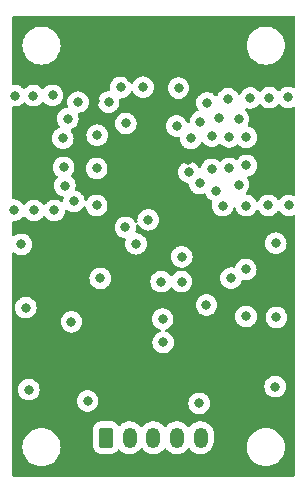
<source format=gbr>
%TF.GenerationSoftware,KiCad,Pcbnew,(6.0.1)*%
%TF.CreationDate,2022-02-11T18:20:56+00:00*%
%TF.ProjectId,PE4302,50453433-3032-42e6-9b69-6361645f7063,rev?*%
%TF.SameCoordinates,Original*%
%TF.FileFunction,Copper,L3,Inr*%
%TF.FilePolarity,Positive*%
%FSLAX46Y46*%
G04 Gerber Fmt 4.6, Leading zero omitted, Abs format (unit mm)*
G04 Created by KiCad (PCBNEW (6.0.1)) date 2022-02-11 18:20:56*
%MOMM*%
%LPD*%
G01*
G04 APERTURE LIST*
G04 Aperture macros list*
%AMRoundRect*
0 Rectangle with rounded corners*
0 $1 Rounding radius*
0 $2 $3 $4 $5 $6 $7 $8 $9 X,Y pos of 4 corners*
0 Add a 4 corners polygon primitive as box body*
4,1,4,$2,$3,$4,$5,$6,$7,$8,$9,$2,$3,0*
0 Add four circle primitives for the rounded corners*
1,1,$1+$1,$2,$3*
1,1,$1+$1,$4,$5*
1,1,$1+$1,$6,$7*
1,1,$1+$1,$8,$9*
0 Add four rect primitives between the rounded corners*
20,1,$1+$1,$2,$3,$4,$5,0*
20,1,$1+$1,$4,$5,$6,$7,0*
20,1,$1+$1,$6,$7,$8,$9,0*
20,1,$1+$1,$8,$9,$2,$3,0*%
G04 Aperture macros list end*
%TA.AperFunction,ComponentPad*%
%ADD10RoundRect,0.250000X-0.350000X-0.625000X0.350000X-0.625000X0.350000X0.625000X-0.350000X0.625000X0*%
%TD*%
%TA.AperFunction,ComponentPad*%
%ADD11O,1.200000X1.750000*%
%TD*%
%TA.AperFunction,ViaPad*%
%ADD12C,0.800000*%
%TD*%
G04 APERTURE END LIST*
D10*
%TO.N,VDC*%
%TO.C,J3*%
X108471200Y-136203600D03*
D11*
%TO.N,Net-(J3-Pad2)*%
X110471200Y-136203600D03*
%TO.N,Net-(J3-Pad3)*%
X112471200Y-136203600D03*
%TO.N,Net-(J3-Pad4)*%
X114471200Y-136203600D03*
%TO.N,GND*%
X116471200Y-136203600D03*
%TD*%
D12*
%TO.N,Net-(J3-Pad2)*%
X113263375Y-126155914D03*
X120294400Y-121945400D03*
%TO.N,Net-(J3-Pad3)*%
X113309400Y-128143000D03*
X120319800Y-125933200D03*
%TO.N,Net-(Q1-Pad2)*%
X110998000Y-119786400D03*
X113131600Y-122986800D03*
%TO.N,Net-(Q3-Pad2)*%
X114875414Y-120887910D03*
X119049800Y-122691400D03*
%TO.N,GND*%
X100761800Y-107238800D03*
X118897400Y-113411000D03*
X116408200Y-114681000D03*
X109702600Y-106553000D03*
X117424200Y-110667800D03*
X122199400Y-116535200D03*
X119684800Y-114782600D03*
X101930200Y-132130800D03*
X106095800Y-107797600D03*
X118338600Y-116560600D03*
X120345200Y-113157000D03*
X104089200Y-116967000D03*
X117017800Y-107848400D03*
X117398800Y-113487200D03*
X103936800Y-107213400D03*
X118795800Y-107492800D03*
X115646200Y-110871000D03*
X122301000Y-107416600D03*
X123875800Y-107391200D03*
X107721400Y-110591600D03*
X106908600Y-133096000D03*
X122885200Y-126009400D03*
X105740200Y-116205000D03*
X112039400Y-117754400D03*
X100685600Y-116941600D03*
X105232200Y-109194600D03*
X120345200Y-116560600D03*
X122783600Y-131876800D03*
X108686600Y-107797600D03*
X118897400Y-110744000D03*
X101676200Y-125196600D03*
X122834400Y-119735600D03*
X107975400Y-122707400D03*
X110134400Y-109601000D03*
X104876600Y-113309400D03*
X116357400Y-133299200D03*
X120675400Y-107442000D03*
X117779800Y-115290600D03*
X102311200Y-107238800D03*
X104800400Y-110845600D03*
X114604800Y-106603800D03*
X116459000Y-109448600D03*
X119684800Y-109220000D03*
X123952000Y-116535200D03*
X118059200Y-109169200D03*
X104978200Y-114858800D03*
X120345200Y-110769400D03*
X101295200Y-119837200D03*
X102362000Y-116967000D03*
X111607600Y-106527600D03*
X107670600Y-116535200D03*
X114445669Y-109809288D03*
X115469078Y-113716362D03*
X105537000Y-126390400D03*
X107670600Y-113411000D03*
%TO.N,VCC*%
X103032600Y-120360400D03*
X102946200Y-127355600D03*
X113174820Y-115401648D03*
X102971600Y-122834400D03*
X107543600Y-107696000D03*
X113207800Y-106781600D03*
X110617000Y-105791000D03*
X115443000Y-112717200D03*
%TO.N,Net-(Q2-Pad2)*%
X114858800Y-122986800D03*
X110109000Y-118389400D03*
X116967000Y-124968000D03*
%TD*%
%TA.AperFunction,Conductor*%
%TO.N,VCC*%
G36*
X124434121Y-100528002D02*
G01*
X124480614Y-100581658D01*
X124492000Y-100634000D01*
X124492000Y-106477050D01*
X124471998Y-106545171D01*
X124418342Y-106591664D01*
X124348068Y-106601768D01*
X124314754Y-106592158D01*
X124158088Y-106522406D01*
X124064688Y-106502553D01*
X123977744Y-106484072D01*
X123977739Y-106484072D01*
X123971287Y-106482700D01*
X123780313Y-106482700D01*
X123773861Y-106484072D01*
X123773856Y-106484072D01*
X123686912Y-106502553D01*
X123593512Y-106522406D01*
X123587482Y-106525091D01*
X123587481Y-106525091D01*
X123425078Y-106597397D01*
X123425076Y-106597398D01*
X123419048Y-106600082D01*
X123413707Y-106603962D01*
X123413706Y-106603963D01*
X123384088Y-106625482D01*
X123264547Y-106712334D01*
X123260126Y-106717244D01*
X123260125Y-106717245D01*
X123245173Y-106733851D01*
X123176563Y-106810051D01*
X123170601Y-106816672D01*
X123110155Y-106853912D01*
X123039172Y-106852560D01*
X122983329Y-106816672D01*
X122916675Y-106742645D01*
X122916671Y-106742641D01*
X122912253Y-106737734D01*
X122792712Y-106650882D01*
X122763094Y-106629363D01*
X122763093Y-106629362D01*
X122757752Y-106625482D01*
X122751724Y-106622798D01*
X122751722Y-106622797D01*
X122589319Y-106550491D01*
X122589318Y-106550491D01*
X122583288Y-106547806D01*
X122476423Y-106525091D01*
X122402944Y-106509472D01*
X122402939Y-106509472D01*
X122396487Y-106508100D01*
X122205513Y-106508100D01*
X122199061Y-106509472D01*
X122199056Y-106509472D01*
X122125577Y-106525091D01*
X122018712Y-106547806D01*
X122012682Y-106550491D01*
X122012681Y-106550491D01*
X121850278Y-106622797D01*
X121850276Y-106622798D01*
X121844248Y-106625482D01*
X121838907Y-106629362D01*
X121838906Y-106629363D01*
X121809288Y-106650882D01*
X121689747Y-106737734D01*
X121570400Y-106870283D01*
X121509955Y-106907521D01*
X121438971Y-106906169D01*
X121383129Y-106870282D01*
X121370354Y-106856094D01*
X121286653Y-106763134D01*
X121175222Y-106682174D01*
X121137494Y-106654763D01*
X121137493Y-106654762D01*
X121132152Y-106650882D01*
X121126124Y-106648198D01*
X121126122Y-106648197D01*
X120963719Y-106575891D01*
X120963718Y-106575891D01*
X120957688Y-106573206D01*
X120850823Y-106550491D01*
X120777344Y-106534872D01*
X120777339Y-106534872D01*
X120770887Y-106533500D01*
X120579913Y-106533500D01*
X120573461Y-106534872D01*
X120573456Y-106534872D01*
X120499977Y-106550491D01*
X120393112Y-106573206D01*
X120387082Y-106575891D01*
X120387081Y-106575891D01*
X120224678Y-106648197D01*
X120224676Y-106648198D01*
X120218648Y-106650882D01*
X120213307Y-106654762D01*
X120213306Y-106654763D01*
X120175578Y-106682174D01*
X120064147Y-106763134D01*
X120059729Y-106768041D01*
X120059725Y-106768045D01*
X119967671Y-106870282D01*
X119936360Y-106905056D01*
X119840873Y-107070444D01*
X119838831Y-107076729D01*
X119837440Y-107079853D01*
X119791460Y-107133949D01*
X119723533Y-107154598D01*
X119655225Y-107135246D01*
X119613214Y-107091604D01*
X119608955Y-107084226D01*
X119534840Y-106955856D01*
X119511811Y-106930279D01*
X119411475Y-106818845D01*
X119411474Y-106818844D01*
X119407053Y-106813934D01*
X119252552Y-106701682D01*
X119246524Y-106698998D01*
X119246522Y-106698997D01*
X119084119Y-106626691D01*
X119084118Y-106626691D01*
X119078088Y-106624006D01*
X118973467Y-106601768D01*
X118897744Y-106585672D01*
X118897739Y-106585672D01*
X118891287Y-106584300D01*
X118700313Y-106584300D01*
X118693861Y-106585672D01*
X118693856Y-106585672D01*
X118618133Y-106601768D01*
X118513512Y-106624006D01*
X118507482Y-106626691D01*
X118507481Y-106626691D01*
X118345078Y-106698997D01*
X118345076Y-106698998D01*
X118339048Y-106701682D01*
X118184547Y-106813934D01*
X118180126Y-106818844D01*
X118180125Y-106818845D01*
X118079790Y-106930279D01*
X118056760Y-106955856D01*
X117961273Y-107121244D01*
X117929196Y-107219965D01*
X117929087Y-107220302D01*
X117889013Y-107278907D01*
X117823616Y-107306544D01*
X117753660Y-107294437D01*
X117715622Y-107265679D01*
X117629053Y-107169534D01*
X117484791Y-107064721D01*
X117479894Y-107061163D01*
X117479893Y-107061162D01*
X117474552Y-107057282D01*
X117468524Y-107054598D01*
X117468522Y-107054597D01*
X117306119Y-106982291D01*
X117306118Y-106982291D01*
X117300088Y-106979606D01*
X117188354Y-106955856D01*
X117119744Y-106941272D01*
X117119739Y-106941272D01*
X117113287Y-106939900D01*
X116922313Y-106939900D01*
X116915861Y-106941272D01*
X116915856Y-106941272D01*
X116847246Y-106955856D01*
X116735512Y-106979606D01*
X116729482Y-106982291D01*
X116729481Y-106982291D01*
X116567078Y-107054597D01*
X116567076Y-107054598D01*
X116561048Y-107057282D01*
X116555707Y-107061162D01*
X116555706Y-107061163D01*
X116550809Y-107064721D01*
X116406547Y-107169534D01*
X116402126Y-107174444D01*
X116402125Y-107174445D01*
X116304683Y-107282666D01*
X116278760Y-107311456D01*
X116232814Y-107391037D01*
X116201949Y-107444497D01*
X116183273Y-107476844D01*
X116124258Y-107658472D01*
X116123568Y-107665033D01*
X116123568Y-107665035D01*
X116109079Y-107802893D01*
X116104296Y-107848400D01*
X116104986Y-107854965D01*
X116120987Y-108007203D01*
X116124258Y-108038328D01*
X116183273Y-108219956D01*
X116186576Y-108225678D01*
X116186577Y-108225679D01*
X116278760Y-108385344D01*
X116277178Y-108386257D01*
X116298047Y-108444744D01*
X116281968Y-108513896D01*
X116231055Y-108563377D01*
X116198447Y-108575186D01*
X116183173Y-108578432D01*
X116183167Y-108578434D01*
X116176712Y-108579806D01*
X116170682Y-108582491D01*
X116170681Y-108582491D01*
X116008278Y-108654797D01*
X116008276Y-108654798D01*
X116002248Y-108657482D01*
X115996907Y-108661362D01*
X115996906Y-108661363D01*
X115959178Y-108688774D01*
X115847747Y-108769734D01*
X115843326Y-108774644D01*
X115843325Y-108774645D01*
X115729746Y-108900788D01*
X115719960Y-108911656D01*
X115701760Y-108943179D01*
X115631972Y-109064056D01*
X115624473Y-109077044D01*
X115565458Y-109258672D01*
X115564768Y-109265233D01*
X115564768Y-109265235D01*
X115547240Y-109432009D01*
X115545496Y-109448600D01*
X115546186Y-109455165D01*
X115546186Y-109460832D01*
X115526184Y-109528953D01*
X115472528Y-109575446D01*
X115402254Y-109585550D01*
X115337674Y-109556056D01*
X115300353Y-109499769D01*
X115282237Y-109444014D01*
X115280196Y-109437732D01*
X115184709Y-109272344D01*
X115143490Y-109226565D01*
X115061344Y-109135333D01*
X115061343Y-109135332D01*
X115056922Y-109130422D01*
X114902421Y-109018170D01*
X114896393Y-109015486D01*
X114896391Y-109015485D01*
X114733988Y-108943179D01*
X114733987Y-108943179D01*
X114727957Y-108940494D01*
X114634556Y-108920641D01*
X114547613Y-108902160D01*
X114547608Y-108902160D01*
X114541156Y-108900788D01*
X114350182Y-108900788D01*
X114343730Y-108902160D01*
X114343725Y-108902160D01*
X114256782Y-108920641D01*
X114163381Y-108940494D01*
X114157351Y-108943179D01*
X114157350Y-108943179D01*
X113994947Y-109015485D01*
X113994945Y-109015486D01*
X113988917Y-109018170D01*
X113834416Y-109130422D01*
X113829995Y-109135332D01*
X113829994Y-109135333D01*
X113747849Y-109226565D01*
X113706629Y-109272344D01*
X113611142Y-109437732D01*
X113552127Y-109619360D01*
X113551437Y-109625921D01*
X113551437Y-109625923D01*
X113537543Y-109758120D01*
X113532165Y-109809288D01*
X113532855Y-109815853D01*
X113550991Y-109988403D01*
X113552127Y-109999216D01*
X113611142Y-110180844D01*
X113614445Y-110186566D01*
X113614446Y-110186567D01*
X113623900Y-110202941D01*
X113706629Y-110346232D01*
X113711047Y-110351139D01*
X113711048Y-110351140D01*
X113819120Y-110471166D01*
X113834416Y-110488154D01*
X113933512Y-110560152D01*
X113976797Y-110591600D01*
X113988917Y-110600406D01*
X113994945Y-110603090D01*
X113994947Y-110603091D01*
X114133367Y-110664719D01*
X114163381Y-110678082D01*
X114256782Y-110697935D01*
X114343725Y-110716416D01*
X114343730Y-110716416D01*
X114350182Y-110717788D01*
X114541156Y-110717788D01*
X114547612Y-110716416D01*
X114547619Y-110716415D01*
X114583908Y-110708701D01*
X114654698Y-110714102D01*
X114711332Y-110756918D01*
X114735826Y-110823555D01*
X114735416Y-110845116D01*
X114733386Y-110864433D01*
X114732696Y-110871000D01*
X114733386Y-110877565D01*
X114749299Y-111028965D01*
X114752658Y-111060928D01*
X114811673Y-111242556D01*
X114814976Y-111248278D01*
X114814977Y-111248279D01*
X114827787Y-111270466D01*
X114907160Y-111407944D01*
X114911578Y-111412851D01*
X114911579Y-111412852D01*
X115007655Y-111519555D01*
X115034947Y-111549866D01*
X115053304Y-111563203D01*
X115174322Y-111651128D01*
X115189448Y-111662118D01*
X115195476Y-111664802D01*
X115195478Y-111664803D01*
X115306862Y-111714394D01*
X115363912Y-111739794D01*
X115457312Y-111759647D01*
X115544256Y-111778128D01*
X115544261Y-111778128D01*
X115550713Y-111779500D01*
X115741687Y-111779500D01*
X115748139Y-111778128D01*
X115748144Y-111778128D01*
X115835087Y-111759647D01*
X115928488Y-111739794D01*
X115985538Y-111714394D01*
X116096922Y-111664803D01*
X116096924Y-111664802D01*
X116102952Y-111662118D01*
X116118079Y-111651128D01*
X116239096Y-111563203D01*
X116257453Y-111549866D01*
X116284745Y-111519555D01*
X116380821Y-111412852D01*
X116380822Y-111412851D01*
X116385240Y-111407944D01*
X116480727Y-111242556D01*
X116481329Y-111240703D01*
X116526187Y-111187924D01*
X116594114Y-111167273D01*
X116662423Y-111186623D01*
X116688951Y-111208954D01*
X116812947Y-111346666D01*
X116967448Y-111458918D01*
X116973476Y-111461602D01*
X116973478Y-111461603D01*
X117114672Y-111524466D01*
X117141912Y-111536594D01*
X117235313Y-111556447D01*
X117322256Y-111574928D01*
X117322261Y-111574928D01*
X117328713Y-111576300D01*
X117519687Y-111576300D01*
X117526139Y-111574928D01*
X117526144Y-111574928D01*
X117613087Y-111556447D01*
X117706488Y-111536594D01*
X117733728Y-111524466D01*
X117874922Y-111461603D01*
X117874924Y-111461602D01*
X117880952Y-111458918D01*
X118035453Y-111346666D01*
X118039874Y-111341755D01*
X118041913Y-111339920D01*
X118105920Y-111309203D01*
X118176374Y-111317966D01*
X118219856Y-111349243D01*
X118286147Y-111422866D01*
X118440648Y-111535118D01*
X118446676Y-111537802D01*
X118446678Y-111537803D01*
X118609081Y-111610109D01*
X118615112Y-111612794D01*
X118708513Y-111632647D01*
X118795456Y-111651128D01*
X118795461Y-111651128D01*
X118801913Y-111652500D01*
X118992887Y-111652500D01*
X118999339Y-111651128D01*
X118999344Y-111651128D01*
X119086287Y-111632647D01*
X119179688Y-111612794D01*
X119185719Y-111610109D01*
X119348122Y-111537803D01*
X119348124Y-111537802D01*
X119354152Y-111535118D01*
X119404239Y-111498728D01*
X119487071Y-111438546D01*
X119508653Y-111422866D01*
X119513064Y-111417967D01*
X119513073Y-111417959D01*
X119516229Y-111414453D01*
X119576675Y-111377213D01*
X119647659Y-111378565D01*
X119703500Y-111414452D01*
X119729524Y-111443354D01*
X119733947Y-111448266D01*
X119833043Y-111520264D01*
X119857184Y-111537803D01*
X119888448Y-111560518D01*
X119894476Y-111563202D01*
X119894478Y-111563203D01*
X120005862Y-111612794D01*
X120062912Y-111638194D01*
X120156313Y-111658047D01*
X120243256Y-111676528D01*
X120243261Y-111676528D01*
X120249713Y-111677900D01*
X120440687Y-111677900D01*
X120447139Y-111676528D01*
X120447144Y-111676528D01*
X120534087Y-111658047D01*
X120627488Y-111638194D01*
X120684538Y-111612794D01*
X120795922Y-111563203D01*
X120795924Y-111563202D01*
X120801952Y-111560518D01*
X120833217Y-111537803D01*
X120857357Y-111520264D01*
X120956453Y-111448266D01*
X121084240Y-111306344D01*
X121179727Y-111140956D01*
X121238742Y-110959328D01*
X121241981Y-110928517D01*
X121258014Y-110775965D01*
X121258704Y-110769400D01*
X121252324Y-110708701D01*
X121239432Y-110586035D01*
X121239432Y-110586033D01*
X121238742Y-110579472D01*
X121179727Y-110397844D01*
X121174181Y-110388237D01*
X121128234Y-110308656D01*
X121084240Y-110232456D01*
X121046483Y-110190522D01*
X120960875Y-110095445D01*
X120960874Y-110095444D01*
X120956453Y-110090534D01*
X120839406Y-110005494D01*
X120807294Y-109982163D01*
X120807293Y-109982162D01*
X120801952Y-109978282D01*
X120795924Y-109975598D01*
X120795922Y-109975597D01*
X120633519Y-109903291D01*
X120633518Y-109903291D01*
X120627488Y-109900606D01*
X120621033Y-109899234D01*
X120621030Y-109899233D01*
X120582587Y-109891062D01*
X120541857Y-109882404D01*
X120479384Y-109848677D01*
X120445063Y-109786528D01*
X120449790Y-109715689D01*
X120458935Y-109696158D01*
X120516023Y-109597279D01*
X120516024Y-109597278D01*
X120519327Y-109591556D01*
X120578342Y-109409928D01*
X120581702Y-109377965D01*
X120597614Y-109226565D01*
X120598304Y-109220000D01*
X120588481Y-109126539D01*
X120579032Y-109036635D01*
X120579032Y-109036633D01*
X120578342Y-109030072D01*
X120519327Y-108848444D01*
X120423840Y-108683056D01*
X120408838Y-108666394D01*
X120300475Y-108546045D01*
X120300474Y-108546044D01*
X120296053Y-108541134D01*
X120285798Y-108533683D01*
X120242446Y-108477459D01*
X120236372Y-108406723D01*
X120269506Y-108343932D01*
X120331327Y-108309023D01*
X120392927Y-108311666D01*
X120393112Y-108310794D01*
X120399562Y-108312165D01*
X120399565Y-108312166D01*
X120573456Y-108349128D01*
X120573461Y-108349128D01*
X120579913Y-108350500D01*
X120770887Y-108350500D01*
X120777339Y-108349128D01*
X120777344Y-108349128D01*
X120864287Y-108330647D01*
X120957688Y-108310794D01*
X120963719Y-108308109D01*
X121126122Y-108235803D01*
X121126124Y-108235802D01*
X121132152Y-108233118D01*
X121158919Y-108213671D01*
X121252158Y-108145928D01*
X121286653Y-108120866D01*
X121406000Y-107988317D01*
X121466445Y-107951079D01*
X121537429Y-107952431D01*
X121593270Y-107988317D01*
X121689747Y-108095466D01*
X121757276Y-108144529D01*
X121829539Y-108197031D01*
X121844248Y-108207718D01*
X121850276Y-108210402D01*
X121850278Y-108210403D01*
X121961662Y-108259994D01*
X122018712Y-108285394D01*
X122089338Y-108300406D01*
X122199056Y-108323728D01*
X122199061Y-108323728D01*
X122205513Y-108325100D01*
X122396487Y-108325100D01*
X122402939Y-108323728D01*
X122402944Y-108323728D01*
X122512662Y-108300406D01*
X122583288Y-108285394D01*
X122640338Y-108259994D01*
X122751722Y-108210403D01*
X122751724Y-108210402D01*
X122757752Y-108207718D01*
X122772462Y-108197031D01*
X122844724Y-108144529D01*
X122912253Y-108095466D01*
X123006200Y-107991128D01*
X123066645Y-107953888D01*
X123137628Y-107955240D01*
X123193471Y-107991128D01*
X123264547Y-108070066D01*
X123343913Y-108127729D01*
X123392282Y-108162871D01*
X123419048Y-108182318D01*
X123425076Y-108185002D01*
X123425078Y-108185003D01*
X123580123Y-108254033D01*
X123593512Y-108259994D01*
X123686912Y-108279847D01*
X123773856Y-108298328D01*
X123773861Y-108298328D01*
X123780313Y-108299700D01*
X123971287Y-108299700D01*
X123977739Y-108298328D01*
X123977744Y-108298328D01*
X124064687Y-108279847D01*
X124158088Y-108259994D01*
X124314753Y-108190243D01*
X124385118Y-108180809D01*
X124449415Y-108210915D01*
X124487229Y-108271004D01*
X124492000Y-108305350D01*
X124492000Y-115587123D01*
X124471998Y-115655244D01*
X124418342Y-115701737D01*
X124348068Y-115711841D01*
X124314752Y-115702230D01*
X124240323Y-115669092D01*
X124240315Y-115669089D01*
X124234288Y-115666406D01*
X124138460Y-115646037D01*
X124053944Y-115628072D01*
X124053939Y-115628072D01*
X124047487Y-115626700D01*
X123856513Y-115626700D01*
X123850061Y-115628072D01*
X123850056Y-115628072D01*
X123765540Y-115646037D01*
X123669712Y-115666406D01*
X123663682Y-115669091D01*
X123663681Y-115669091D01*
X123501278Y-115741397D01*
X123501276Y-115741398D01*
X123495248Y-115744082D01*
X123489907Y-115747962D01*
X123489906Y-115747963D01*
X123463291Y-115767300D01*
X123340747Y-115856334D01*
X123336326Y-115861244D01*
X123336325Y-115861245D01*
X123238883Y-115969466D01*
X123212960Y-115998256D01*
X123194994Y-116029374D01*
X123184819Y-116046998D01*
X123133437Y-116095991D01*
X123063723Y-116109428D01*
X122997812Y-116083041D01*
X122966581Y-116046998D01*
X122956406Y-116029374D01*
X122938440Y-115998256D01*
X122912518Y-115969466D01*
X122815075Y-115861245D01*
X122815074Y-115861244D01*
X122810653Y-115856334D01*
X122688109Y-115767300D01*
X122661494Y-115747963D01*
X122661493Y-115747962D01*
X122656152Y-115744082D01*
X122650124Y-115741398D01*
X122650122Y-115741397D01*
X122487719Y-115669091D01*
X122487718Y-115669091D01*
X122481688Y-115666406D01*
X122385860Y-115646037D01*
X122301344Y-115628072D01*
X122301339Y-115628072D01*
X122294887Y-115626700D01*
X122103913Y-115626700D01*
X122097461Y-115628072D01*
X122097456Y-115628072D01*
X122012940Y-115646037D01*
X121917112Y-115666406D01*
X121911082Y-115669091D01*
X121911081Y-115669091D01*
X121748678Y-115741397D01*
X121748676Y-115741398D01*
X121742648Y-115744082D01*
X121737307Y-115747962D01*
X121737306Y-115747963D01*
X121710691Y-115767300D01*
X121588147Y-115856334D01*
X121583726Y-115861244D01*
X121583725Y-115861245D01*
X121486283Y-115969466D01*
X121460360Y-115998256D01*
X121374086Y-116147687D01*
X121322705Y-116196679D01*
X121252991Y-116210115D01*
X121187080Y-116183729D01*
X121155849Y-116147686D01*
X121128832Y-116100891D01*
X121084240Y-116023656D01*
X121038944Y-115973349D01*
X120960875Y-115886645D01*
X120960874Y-115886644D01*
X120956453Y-115881734D01*
X120801952Y-115769482D01*
X120795924Y-115766798D01*
X120795922Y-115766797D01*
X120633519Y-115694491D01*
X120633518Y-115694491D01*
X120627488Y-115691806D01*
X120514921Y-115667879D01*
X120447144Y-115653472D01*
X120447139Y-115653472D01*
X120440687Y-115652100D01*
X120407405Y-115652100D01*
X120339284Y-115632098D01*
X120292791Y-115578442D01*
X120282687Y-115508168D01*
X120313768Y-115441792D01*
X120423840Y-115319544D01*
X120519327Y-115154156D01*
X120578342Y-114972528D01*
X120589021Y-114870928D01*
X120597614Y-114789165D01*
X120598304Y-114782600D01*
X120580862Y-114616645D01*
X120579032Y-114599235D01*
X120579032Y-114599233D01*
X120578342Y-114592672D01*
X120519327Y-114411044D01*
X120512438Y-114399111D01*
X120465003Y-114316953D01*
X120424956Y-114247588D01*
X120423840Y-114245656D01*
X120424412Y-114245326D01*
X120402159Y-114182961D01*
X120418238Y-114113809D01*
X120469152Y-114064328D01*
X120501754Y-114052520D01*
X120627488Y-114025794D01*
X120652170Y-114014805D01*
X120795922Y-113950803D01*
X120795924Y-113950802D01*
X120801952Y-113948118D01*
X120956453Y-113835866D01*
X120960875Y-113830955D01*
X121079821Y-113698852D01*
X121079822Y-113698851D01*
X121084240Y-113693944D01*
X121179727Y-113528556D01*
X121238742Y-113346928D01*
X121243034Y-113306098D01*
X121258014Y-113163565D01*
X121258704Y-113157000D01*
X121258014Y-113150435D01*
X121239432Y-112973635D01*
X121239432Y-112973633D01*
X121238742Y-112967072D01*
X121179727Y-112785444D01*
X121172229Y-112772456D01*
X121128134Y-112696082D01*
X121084240Y-112620056D01*
X120992603Y-112518282D01*
X120960875Y-112483045D01*
X120960874Y-112483044D01*
X120956453Y-112478134D01*
X120801952Y-112365882D01*
X120795924Y-112363198D01*
X120795922Y-112363197D01*
X120633519Y-112290891D01*
X120633518Y-112290891D01*
X120627488Y-112288206D01*
X120534088Y-112268353D01*
X120447144Y-112249872D01*
X120447139Y-112249872D01*
X120440687Y-112248500D01*
X120249713Y-112248500D01*
X120243261Y-112249872D01*
X120243256Y-112249872D01*
X120156312Y-112268353D01*
X120062912Y-112288206D01*
X120056882Y-112290891D01*
X120056881Y-112290891D01*
X119894478Y-112363197D01*
X119894476Y-112363198D01*
X119888448Y-112365882D01*
X119733947Y-112478134D01*
X119729526Y-112483044D01*
X119729525Y-112483045D01*
X119697798Y-112518282D01*
X119606160Y-112620056D01*
X119601729Y-112627731D01*
X119600778Y-112628638D01*
X119598976Y-112631118D01*
X119598522Y-112630788D01*
X119550349Y-112676724D01*
X119480636Y-112690163D01*
X119418550Y-112666670D01*
X119354152Y-112619882D01*
X119348124Y-112617198D01*
X119348122Y-112617197D01*
X119185719Y-112544891D01*
X119185718Y-112544891D01*
X119179688Y-112542206D01*
X119085394Y-112522163D01*
X118999344Y-112503872D01*
X118999339Y-112503872D01*
X118992887Y-112502500D01*
X118801913Y-112502500D01*
X118795461Y-112503872D01*
X118795456Y-112503872D01*
X118709406Y-112522163D01*
X118615112Y-112542206D01*
X118609082Y-112544891D01*
X118609081Y-112544891D01*
X118446678Y-112617197D01*
X118446676Y-112617198D01*
X118440648Y-112619882D01*
X118435307Y-112623762D01*
X118435306Y-112623763D01*
X118432538Y-112625774D01*
X118286147Y-112732134D01*
X118281726Y-112737044D01*
X118281725Y-112737045D01*
X118207431Y-112819557D01*
X118146985Y-112856797D01*
X118076001Y-112855445D01*
X118020162Y-112819561D01*
X118019260Y-112818559D01*
X118010053Y-112808334D01*
X117855552Y-112696082D01*
X117849524Y-112693398D01*
X117849522Y-112693397D01*
X117687119Y-112621091D01*
X117687118Y-112621091D01*
X117681088Y-112618406D01*
X117587687Y-112598553D01*
X117500744Y-112580072D01*
X117500739Y-112580072D01*
X117494287Y-112578700D01*
X117303313Y-112578700D01*
X117296861Y-112580072D01*
X117296856Y-112580072D01*
X117209912Y-112598553D01*
X117116512Y-112618406D01*
X117110482Y-112621091D01*
X117110481Y-112621091D01*
X116948078Y-112693397D01*
X116948076Y-112693398D01*
X116942048Y-112696082D01*
X116787547Y-112808334D01*
X116783126Y-112813244D01*
X116783125Y-112813245D01*
X116752221Y-112847568D01*
X116659760Y-112950256D01*
X116564273Y-113115644D01*
X116532057Y-113214794D01*
X116510209Y-113282035D01*
X116470135Y-113340640D01*
X116404739Y-113368277D01*
X116334782Y-113356170D01*
X116281257Y-113306098D01*
X116211419Y-113185136D01*
X116208118Y-113179418D01*
X116154143Y-113119472D01*
X116084753Y-113042407D01*
X116084752Y-113042406D01*
X116080331Y-113037496D01*
X115951823Y-112944129D01*
X115931172Y-112929125D01*
X115931171Y-112929124D01*
X115925830Y-112925244D01*
X115919802Y-112922560D01*
X115919800Y-112922559D01*
X115757397Y-112850253D01*
X115757396Y-112850253D01*
X115751366Y-112847568D01*
X115657966Y-112827715D01*
X115571022Y-112809234D01*
X115571017Y-112809234D01*
X115564565Y-112807862D01*
X115373591Y-112807862D01*
X115367139Y-112809234D01*
X115367134Y-112809234D01*
X115280190Y-112827715D01*
X115186790Y-112847568D01*
X115180760Y-112850253D01*
X115180759Y-112850253D01*
X115018356Y-112922559D01*
X115018354Y-112922560D01*
X115012326Y-112925244D01*
X115006985Y-112929124D01*
X115006984Y-112929125D01*
X114986333Y-112944129D01*
X114857825Y-113037496D01*
X114853404Y-113042406D01*
X114853403Y-113042407D01*
X114784014Y-113119472D01*
X114730038Y-113179418D01*
X114634551Y-113344806D01*
X114575536Y-113526434D01*
X114574846Y-113532995D01*
X114574846Y-113532997D01*
X114559956Y-113674671D01*
X114555574Y-113716362D01*
X114556264Y-113722927D01*
X114568635Y-113840626D01*
X114575536Y-113906290D01*
X114634551Y-114087918D01*
X114637854Y-114093640D01*
X114637855Y-114093641D01*
X114665638Y-114141763D01*
X114730038Y-114253306D01*
X114734456Y-114258213D01*
X114734457Y-114258214D01*
X114851556Y-114388266D01*
X114857825Y-114395228D01*
X114898102Y-114424491D01*
X115001318Y-114499482D01*
X115012326Y-114507480D01*
X115018354Y-114510164D01*
X115018356Y-114510165D01*
X115180759Y-114582471D01*
X115186790Y-114585156D01*
X115280191Y-114605009D01*
X115367134Y-114623490D01*
X115367139Y-114623490D01*
X115373591Y-114624862D01*
X115380193Y-114624862D01*
X115386760Y-114625552D01*
X115386489Y-114628134D01*
X115443465Y-114644864D01*
X115489958Y-114698520D01*
X115500654Y-114737691D01*
X115512693Y-114852235D01*
X115514658Y-114870928D01*
X115573673Y-115052556D01*
X115669160Y-115217944D01*
X115673578Y-115222851D01*
X115673579Y-115222852D01*
X115765060Y-115324452D01*
X115796947Y-115359866D01*
X115838459Y-115390026D01*
X115932475Y-115458333D01*
X115951448Y-115472118D01*
X115957476Y-115474802D01*
X115957478Y-115474803D01*
X116098672Y-115537666D01*
X116125912Y-115549794D01*
X116219313Y-115569647D01*
X116306256Y-115588128D01*
X116306261Y-115588128D01*
X116312713Y-115589500D01*
X116503687Y-115589500D01*
X116510139Y-115588128D01*
X116510144Y-115588128D01*
X116597087Y-115569647D01*
X116690488Y-115549794D01*
X116753339Y-115521811D01*
X116823706Y-115512377D01*
X116888003Y-115542483D01*
X116924421Y-115597981D01*
X116945273Y-115662156D01*
X116948576Y-115667878D01*
X116948577Y-115667879D01*
X116951981Y-115673774D01*
X117040760Y-115827544D01*
X117045178Y-115832451D01*
X117045179Y-115832452D01*
X117159521Y-115959442D01*
X117168547Y-115969466D01*
X117240351Y-116021635D01*
X117310782Y-116072806D01*
X117323048Y-116081718D01*
X117329076Y-116084402D01*
X117329078Y-116084403D01*
X117408018Y-116119549D01*
X117462114Y-116165529D01*
X117482763Y-116233456D01*
X117476603Y-116273588D01*
X117445058Y-116370672D01*
X117444368Y-116377233D01*
X117444368Y-116377235D01*
X117438216Y-116435771D01*
X117425096Y-116560600D01*
X117425786Y-116567165D01*
X117441699Y-116718565D01*
X117445058Y-116750528D01*
X117504073Y-116932156D01*
X117599560Y-117097544D01*
X117603978Y-117102451D01*
X117603979Y-117102452D01*
X117658682Y-117163206D01*
X117727347Y-117239466D01*
X117763641Y-117265835D01*
X117855082Y-117332271D01*
X117881848Y-117351718D01*
X117887876Y-117354402D01*
X117887878Y-117354403D01*
X118050281Y-117426709D01*
X118056312Y-117429394D01*
X118140120Y-117447208D01*
X118236656Y-117467728D01*
X118236661Y-117467728D01*
X118243113Y-117469100D01*
X118434087Y-117469100D01*
X118440539Y-117467728D01*
X118440544Y-117467728D01*
X118537080Y-117447208D01*
X118620888Y-117429394D01*
X118626919Y-117426709D01*
X118789322Y-117354403D01*
X118789324Y-117354402D01*
X118795352Y-117351718D01*
X118822119Y-117332271D01*
X118913559Y-117265835D01*
X118949853Y-117239466D01*
X119018518Y-117163206D01*
X119073221Y-117102452D01*
X119073222Y-117102451D01*
X119077640Y-117097544D01*
X119173127Y-116932156D01*
X119222067Y-116781535D01*
X119262141Y-116722929D01*
X119327537Y-116695292D01*
X119397494Y-116707399D01*
X119449800Y-116755405D01*
X119461733Y-116781534D01*
X119510673Y-116932156D01*
X119606160Y-117097544D01*
X119610578Y-117102451D01*
X119610579Y-117102452D01*
X119665282Y-117163206D01*
X119733947Y-117239466D01*
X119770241Y-117265835D01*
X119861682Y-117332271D01*
X119888448Y-117351718D01*
X119894476Y-117354402D01*
X119894478Y-117354403D01*
X120056881Y-117426709D01*
X120062912Y-117429394D01*
X120146720Y-117447208D01*
X120243256Y-117467728D01*
X120243261Y-117467728D01*
X120249713Y-117469100D01*
X120440687Y-117469100D01*
X120447139Y-117467728D01*
X120447144Y-117467728D01*
X120543680Y-117447208D01*
X120627488Y-117429394D01*
X120633519Y-117426709D01*
X120795922Y-117354403D01*
X120795924Y-117354402D01*
X120801952Y-117351718D01*
X120828719Y-117332271D01*
X120920159Y-117265835D01*
X120956453Y-117239466D01*
X121025118Y-117163206D01*
X121079821Y-117102452D01*
X121079822Y-117102451D01*
X121084240Y-117097544D01*
X121170514Y-116948113D01*
X121221895Y-116899121D01*
X121291609Y-116885685D01*
X121357520Y-116912071D01*
X121388751Y-116948114D01*
X121460360Y-117072144D01*
X121464778Y-117077051D01*
X121464779Y-117077052D01*
X121583725Y-117209155D01*
X121588147Y-117214066D01*
X121742648Y-117326318D01*
X121748676Y-117329002D01*
X121748678Y-117329003D01*
X121911079Y-117401308D01*
X121917112Y-117403994D01*
X122010512Y-117423847D01*
X122097456Y-117442328D01*
X122097461Y-117442328D01*
X122103913Y-117443700D01*
X122294887Y-117443700D01*
X122301339Y-117442328D01*
X122301344Y-117442328D01*
X122388288Y-117423847D01*
X122481688Y-117403994D01*
X122487721Y-117401308D01*
X122650122Y-117329003D01*
X122650124Y-117329002D01*
X122656152Y-117326318D01*
X122810653Y-117214066D01*
X122815075Y-117209155D01*
X122934021Y-117077052D01*
X122934022Y-117077051D01*
X122938440Y-117072144D01*
X122966582Y-117023401D01*
X123017963Y-116974409D01*
X123087677Y-116960972D01*
X123153588Y-116987359D01*
X123184818Y-117023401D01*
X123212960Y-117072144D01*
X123217378Y-117077051D01*
X123217379Y-117077052D01*
X123336325Y-117209155D01*
X123340747Y-117214066D01*
X123495248Y-117326318D01*
X123501276Y-117329002D01*
X123501278Y-117329003D01*
X123663679Y-117401308D01*
X123669712Y-117403994D01*
X123763112Y-117423847D01*
X123850056Y-117442328D01*
X123850061Y-117442328D01*
X123856513Y-117443700D01*
X124047487Y-117443700D01*
X124053939Y-117442328D01*
X124053944Y-117442328D01*
X124140888Y-117423847D01*
X124234288Y-117403994D01*
X124240315Y-117401311D01*
X124240323Y-117401308D01*
X124314752Y-117368170D01*
X124385119Y-117358736D01*
X124449416Y-117388843D01*
X124487229Y-117448932D01*
X124492000Y-117483277D01*
X124492000Y-139366000D01*
X124471998Y-139434121D01*
X124418342Y-139480614D01*
X124366000Y-139492000D01*
X100634000Y-139492000D01*
X100565879Y-139471998D01*
X100519386Y-139418342D01*
X100508000Y-139366000D01*
X100508000Y-137000000D01*
X101386526Y-137000000D01*
X101406391Y-137252403D01*
X101407545Y-137257210D01*
X101407546Y-137257216D01*
X101437317Y-137381221D01*
X101465495Y-137498591D01*
X101467388Y-137503162D01*
X101467389Y-137503164D01*
X101503695Y-137590813D01*
X101562384Y-137732502D01*
X101694672Y-137948376D01*
X101859102Y-138140898D01*
X102051624Y-138305328D01*
X102267498Y-138437616D01*
X102272068Y-138439509D01*
X102272072Y-138439511D01*
X102496836Y-138532611D01*
X102501409Y-138534505D01*
X102586032Y-138554821D01*
X102742784Y-138592454D01*
X102742790Y-138592455D01*
X102747597Y-138593609D01*
X102847416Y-138601465D01*
X102934345Y-138608307D01*
X102934352Y-138608307D01*
X102936801Y-138608500D01*
X103063199Y-138608500D01*
X103065648Y-138608307D01*
X103065655Y-138608307D01*
X103152584Y-138601465D01*
X103252403Y-138593609D01*
X103257210Y-138592455D01*
X103257216Y-138592454D01*
X103413968Y-138554821D01*
X103498591Y-138534505D01*
X103503164Y-138532611D01*
X103727928Y-138439511D01*
X103727932Y-138439509D01*
X103732502Y-138437616D01*
X103948376Y-138305328D01*
X104140898Y-138140898D01*
X104305328Y-137948376D01*
X104437616Y-137732502D01*
X104496306Y-137590813D01*
X104532611Y-137503164D01*
X104532612Y-137503162D01*
X104534505Y-137498591D01*
X104562683Y-137381221D01*
X104592454Y-137257216D01*
X104592455Y-137257210D01*
X104593609Y-137252403D01*
X104613474Y-137000000D01*
X104603951Y-136879000D01*
X107362700Y-136879000D01*
X107373674Y-136984766D01*
X107375855Y-136991302D01*
X107375855Y-136991304D01*
X107378756Y-137000000D01*
X107429650Y-137152546D01*
X107522722Y-137302948D01*
X107647897Y-137427905D01*
X107654127Y-137431745D01*
X107654128Y-137431746D01*
X107791290Y-137516294D01*
X107798462Y-137520715D01*
X107823417Y-137528992D01*
X107959811Y-137574232D01*
X107959813Y-137574232D01*
X107966339Y-137576397D01*
X107973175Y-137577097D01*
X107973178Y-137577098D01*
X108011586Y-137581033D01*
X108070800Y-137587100D01*
X108871600Y-137587100D01*
X108874846Y-137586763D01*
X108874850Y-137586763D01*
X108970508Y-137576838D01*
X108970512Y-137576837D01*
X108977366Y-137576126D01*
X108983902Y-137573945D01*
X108983904Y-137573945D01*
X109118643Y-137528992D01*
X109145146Y-137520150D01*
X109295548Y-137427078D01*
X109420505Y-137301903D01*
X109452275Y-137250364D01*
X109505046Y-137202871D01*
X109575118Y-137191447D01*
X109640242Y-137219721D01*
X109658618Y-137238645D01*
X109664804Y-137246520D01*
X109669335Y-137250452D01*
X109669338Y-137250455D01*
X109755258Y-137325012D01*
X109824563Y-137385152D01*
X109829749Y-137388152D01*
X109829753Y-137388155D01*
X109926157Y-137443926D01*
X110007654Y-137491073D01*
X110207471Y-137560461D01*
X110213406Y-137561322D01*
X110213408Y-137561322D01*
X110410864Y-137589952D01*
X110410867Y-137589952D01*
X110416804Y-137590813D01*
X110628099Y-137581033D01*
X110759277Y-137549419D01*
X110827901Y-137532881D01*
X110827903Y-137532880D01*
X110833734Y-137531475D01*
X110839192Y-137528993D01*
X110839196Y-137528992D01*
X110954241Y-137476684D01*
X111026287Y-137443926D01*
X111198811Y-137321546D01*
X111345081Y-137168750D01*
X111356324Y-137151338D01*
X111365946Y-137136437D01*
X111419701Y-137090060D01*
X111489997Y-137080107D01*
X111554514Y-137109739D01*
X111570881Y-137126951D01*
X111664804Y-137246520D01*
X111669335Y-137250452D01*
X111669338Y-137250455D01*
X111755258Y-137325012D01*
X111824563Y-137385152D01*
X111829749Y-137388152D01*
X111829753Y-137388155D01*
X111926157Y-137443926D01*
X112007654Y-137491073D01*
X112207471Y-137560461D01*
X112213406Y-137561322D01*
X112213408Y-137561322D01*
X112410864Y-137589952D01*
X112410867Y-137589952D01*
X112416804Y-137590813D01*
X112628099Y-137581033D01*
X112759277Y-137549419D01*
X112827901Y-137532881D01*
X112827903Y-137532880D01*
X112833734Y-137531475D01*
X112839192Y-137528993D01*
X112839196Y-137528992D01*
X112954241Y-137476684D01*
X113026287Y-137443926D01*
X113198811Y-137321546D01*
X113345081Y-137168750D01*
X113356324Y-137151338D01*
X113365946Y-137136437D01*
X113419701Y-137090060D01*
X113489997Y-137080107D01*
X113554514Y-137109739D01*
X113570881Y-137126951D01*
X113664804Y-137246520D01*
X113669335Y-137250452D01*
X113669338Y-137250455D01*
X113755258Y-137325012D01*
X113824563Y-137385152D01*
X113829749Y-137388152D01*
X113829753Y-137388155D01*
X113926157Y-137443926D01*
X114007654Y-137491073D01*
X114207471Y-137560461D01*
X114213406Y-137561322D01*
X114213408Y-137561322D01*
X114410864Y-137589952D01*
X114410867Y-137589952D01*
X114416804Y-137590813D01*
X114628099Y-137581033D01*
X114759277Y-137549419D01*
X114827901Y-137532881D01*
X114827903Y-137532880D01*
X114833734Y-137531475D01*
X114839192Y-137528993D01*
X114839196Y-137528992D01*
X114954241Y-137476684D01*
X115026287Y-137443926D01*
X115198811Y-137321546D01*
X115345081Y-137168750D01*
X115356324Y-137151338D01*
X115365946Y-137136437D01*
X115419701Y-137090060D01*
X115489997Y-137080107D01*
X115554514Y-137109739D01*
X115570881Y-137126951D01*
X115664804Y-137246520D01*
X115669335Y-137250452D01*
X115669338Y-137250455D01*
X115755258Y-137325012D01*
X115824563Y-137385152D01*
X115829749Y-137388152D01*
X115829753Y-137388155D01*
X115926157Y-137443926D01*
X116007654Y-137491073D01*
X116207471Y-137560461D01*
X116213406Y-137561322D01*
X116213408Y-137561322D01*
X116410864Y-137589952D01*
X116410867Y-137589952D01*
X116416804Y-137590813D01*
X116628099Y-137581033D01*
X116759277Y-137549419D01*
X116827901Y-137532881D01*
X116827903Y-137532880D01*
X116833734Y-137531475D01*
X116839192Y-137528993D01*
X116839196Y-137528992D01*
X116954241Y-137476684D01*
X117026287Y-137443926D01*
X117198811Y-137321546D01*
X117345081Y-137168750D01*
X117454042Y-137000000D01*
X120386526Y-137000000D01*
X120406391Y-137252403D01*
X120407545Y-137257210D01*
X120407546Y-137257216D01*
X120437317Y-137381221D01*
X120465495Y-137498591D01*
X120467388Y-137503162D01*
X120467389Y-137503164D01*
X120503695Y-137590813D01*
X120562384Y-137732502D01*
X120694672Y-137948376D01*
X120859102Y-138140898D01*
X121051624Y-138305328D01*
X121267498Y-138437616D01*
X121272068Y-138439509D01*
X121272072Y-138439511D01*
X121496836Y-138532611D01*
X121501409Y-138534505D01*
X121586032Y-138554821D01*
X121742784Y-138592454D01*
X121742790Y-138592455D01*
X121747597Y-138593609D01*
X121847416Y-138601465D01*
X121934345Y-138608307D01*
X121934352Y-138608307D01*
X121936801Y-138608500D01*
X122063199Y-138608500D01*
X122065648Y-138608307D01*
X122065655Y-138608307D01*
X122152584Y-138601465D01*
X122252403Y-138593609D01*
X122257210Y-138592455D01*
X122257216Y-138592454D01*
X122413968Y-138554821D01*
X122498591Y-138534505D01*
X122503164Y-138532611D01*
X122727928Y-138439511D01*
X122727932Y-138439509D01*
X122732502Y-138437616D01*
X122948376Y-138305328D01*
X123140898Y-138140898D01*
X123305328Y-137948376D01*
X123437616Y-137732502D01*
X123496306Y-137590813D01*
X123532611Y-137503164D01*
X123532612Y-137503162D01*
X123534505Y-137498591D01*
X123562683Y-137381221D01*
X123592454Y-137257216D01*
X123592455Y-137257210D01*
X123593609Y-137252403D01*
X123613474Y-137000000D01*
X123593609Y-136747597D01*
X123534505Y-136501409D01*
X123437616Y-136267498D01*
X123305328Y-136051624D01*
X123140898Y-135859102D01*
X122948376Y-135694672D01*
X122732502Y-135562384D01*
X122727932Y-135560491D01*
X122727928Y-135560489D01*
X122503164Y-135467389D01*
X122503162Y-135467388D01*
X122498591Y-135465495D01*
X122413968Y-135445179D01*
X122257216Y-135407546D01*
X122257210Y-135407545D01*
X122252403Y-135406391D01*
X122152584Y-135398535D01*
X122065655Y-135391693D01*
X122065648Y-135391693D01*
X122063199Y-135391500D01*
X121936801Y-135391500D01*
X121934352Y-135391693D01*
X121934345Y-135391693D01*
X121847416Y-135398535D01*
X121747597Y-135406391D01*
X121742790Y-135407545D01*
X121742784Y-135407546D01*
X121586032Y-135445179D01*
X121501409Y-135465495D01*
X121496838Y-135467388D01*
X121496836Y-135467389D01*
X121272072Y-135560489D01*
X121272068Y-135560491D01*
X121267498Y-135562384D01*
X121051624Y-135694672D01*
X120859102Y-135859102D01*
X120694672Y-136051624D01*
X120562384Y-136267498D01*
X120465495Y-136501409D01*
X120406391Y-136747597D01*
X120386526Y-137000000D01*
X117454042Y-137000000D01*
X117459820Y-136991052D01*
X117538886Y-136794863D01*
X117579428Y-136587263D01*
X117579700Y-136581701D01*
X117579700Y-135875754D01*
X117564652Y-135718034D01*
X117505108Y-135515066D01*
X117479577Y-135465495D01*
X117411004Y-135332351D01*
X117411002Y-135332348D01*
X117408258Y-135327020D01*
X117277596Y-135160680D01*
X117273065Y-135156748D01*
X117273062Y-135156745D01*
X117122367Y-135025979D01*
X117117837Y-135022048D01*
X117112651Y-135019048D01*
X117112647Y-135019045D01*
X116939942Y-134919133D01*
X116934746Y-134916127D01*
X116734929Y-134846739D01*
X116728994Y-134845878D01*
X116728992Y-134845878D01*
X116531536Y-134817248D01*
X116531533Y-134817248D01*
X116525596Y-134816387D01*
X116314301Y-134826167D01*
X116183123Y-134857781D01*
X116114499Y-134874319D01*
X116114497Y-134874320D01*
X116108666Y-134875725D01*
X116103208Y-134878207D01*
X116103204Y-134878208D01*
X115988159Y-134930516D01*
X115916113Y-134963274D01*
X115743589Y-135085654D01*
X115597319Y-135238450D01*
X115594066Y-135243488D01*
X115576454Y-135270763D01*
X115522699Y-135317140D01*
X115452403Y-135327093D01*
X115387886Y-135297461D01*
X115371517Y-135280247D01*
X115357820Y-135262809D01*
X115277596Y-135160680D01*
X115273065Y-135156748D01*
X115273062Y-135156745D01*
X115122367Y-135025979D01*
X115117837Y-135022048D01*
X115112651Y-135019048D01*
X115112647Y-135019045D01*
X114939942Y-134919133D01*
X114934746Y-134916127D01*
X114734929Y-134846739D01*
X114728994Y-134845878D01*
X114728992Y-134845878D01*
X114531536Y-134817248D01*
X114531533Y-134817248D01*
X114525596Y-134816387D01*
X114314301Y-134826167D01*
X114183123Y-134857781D01*
X114114499Y-134874319D01*
X114114497Y-134874320D01*
X114108666Y-134875725D01*
X114103208Y-134878207D01*
X114103204Y-134878208D01*
X113988159Y-134930516D01*
X113916113Y-134963274D01*
X113743589Y-135085654D01*
X113597319Y-135238450D01*
X113594066Y-135243488D01*
X113576454Y-135270763D01*
X113522699Y-135317140D01*
X113452403Y-135327093D01*
X113387886Y-135297461D01*
X113371517Y-135280247D01*
X113357820Y-135262809D01*
X113277596Y-135160680D01*
X113273065Y-135156748D01*
X113273062Y-135156745D01*
X113122367Y-135025979D01*
X113117837Y-135022048D01*
X113112651Y-135019048D01*
X113112647Y-135019045D01*
X112939942Y-134919133D01*
X112934746Y-134916127D01*
X112734929Y-134846739D01*
X112728994Y-134845878D01*
X112728992Y-134845878D01*
X112531536Y-134817248D01*
X112531533Y-134817248D01*
X112525596Y-134816387D01*
X112314301Y-134826167D01*
X112183123Y-134857781D01*
X112114499Y-134874319D01*
X112114497Y-134874320D01*
X112108666Y-134875725D01*
X112103208Y-134878207D01*
X112103204Y-134878208D01*
X111988159Y-134930516D01*
X111916113Y-134963274D01*
X111743589Y-135085654D01*
X111597319Y-135238450D01*
X111594066Y-135243488D01*
X111576454Y-135270763D01*
X111522699Y-135317140D01*
X111452403Y-135327093D01*
X111387886Y-135297461D01*
X111371517Y-135280247D01*
X111357820Y-135262809D01*
X111277596Y-135160680D01*
X111273065Y-135156748D01*
X111273062Y-135156745D01*
X111122367Y-135025979D01*
X111117837Y-135022048D01*
X111112651Y-135019048D01*
X111112647Y-135019045D01*
X110939942Y-134919133D01*
X110934746Y-134916127D01*
X110734929Y-134846739D01*
X110728994Y-134845878D01*
X110728992Y-134845878D01*
X110531536Y-134817248D01*
X110531533Y-134817248D01*
X110525596Y-134816387D01*
X110314301Y-134826167D01*
X110183123Y-134857781D01*
X110114499Y-134874319D01*
X110114497Y-134874320D01*
X110108666Y-134875725D01*
X110103208Y-134878207D01*
X110103204Y-134878208D01*
X109988159Y-134930516D01*
X109916113Y-134963274D01*
X109743589Y-135085654D01*
X109739447Y-135089981D01*
X109739441Y-135089986D01*
X109652394Y-135180917D01*
X109590839Y-135216294D01*
X109519930Y-135212775D01*
X109462179Y-135171479D01*
X109454232Y-135160091D01*
X109419678Y-135104252D01*
X109294503Y-134979295D01*
X109192026Y-134916127D01*
X109150168Y-134890325D01*
X109150166Y-134890324D01*
X109143938Y-134886485D01*
X108983454Y-134833255D01*
X108982589Y-134832968D01*
X108982587Y-134832968D01*
X108976061Y-134830803D01*
X108969225Y-134830103D01*
X108969222Y-134830102D01*
X108926169Y-134825691D01*
X108871600Y-134820100D01*
X108070800Y-134820100D01*
X108067554Y-134820437D01*
X108067550Y-134820437D01*
X107971892Y-134830362D01*
X107971888Y-134830363D01*
X107965034Y-134831074D01*
X107958498Y-134833255D01*
X107958496Y-134833255D01*
X107835413Y-134874319D01*
X107797254Y-134887050D01*
X107646852Y-134980122D01*
X107521895Y-135105297D01*
X107518055Y-135111527D01*
X107518054Y-135111528D01*
X107481100Y-135171479D01*
X107429085Y-135255862D01*
X107373403Y-135423739D01*
X107362700Y-135528200D01*
X107362700Y-136879000D01*
X104603951Y-136879000D01*
X104593609Y-136747597D01*
X104534505Y-136501409D01*
X104437616Y-136267498D01*
X104305328Y-136051624D01*
X104140898Y-135859102D01*
X103948376Y-135694672D01*
X103732502Y-135562384D01*
X103727932Y-135560491D01*
X103727928Y-135560489D01*
X103503164Y-135467389D01*
X103503162Y-135467388D01*
X103498591Y-135465495D01*
X103413968Y-135445179D01*
X103257216Y-135407546D01*
X103257210Y-135407545D01*
X103252403Y-135406391D01*
X103152584Y-135398535D01*
X103065655Y-135391693D01*
X103065648Y-135391693D01*
X103063199Y-135391500D01*
X102936801Y-135391500D01*
X102934352Y-135391693D01*
X102934345Y-135391693D01*
X102847416Y-135398535D01*
X102747597Y-135406391D01*
X102742790Y-135407545D01*
X102742784Y-135407546D01*
X102586032Y-135445179D01*
X102501409Y-135465495D01*
X102496838Y-135467388D01*
X102496836Y-135467389D01*
X102272072Y-135560489D01*
X102272068Y-135560491D01*
X102267498Y-135562384D01*
X102051624Y-135694672D01*
X101859102Y-135859102D01*
X101694672Y-136051624D01*
X101562384Y-136267498D01*
X101465495Y-136501409D01*
X101406391Y-136747597D01*
X101386526Y-137000000D01*
X100508000Y-137000000D01*
X100508000Y-133096000D01*
X105995096Y-133096000D01*
X106015058Y-133285928D01*
X106074073Y-133467556D01*
X106077376Y-133473278D01*
X106077377Y-133473279D01*
X106090152Y-133495406D01*
X106169560Y-133632944D01*
X106297347Y-133774866D01*
X106451848Y-133887118D01*
X106457876Y-133889802D01*
X106457878Y-133889803D01*
X106620281Y-133962109D01*
X106626312Y-133964794D01*
X106719712Y-133984647D01*
X106806656Y-134003128D01*
X106806661Y-134003128D01*
X106813113Y-134004500D01*
X107004087Y-134004500D01*
X107010539Y-134003128D01*
X107010544Y-134003128D01*
X107097488Y-133984647D01*
X107190888Y-133964794D01*
X107196919Y-133962109D01*
X107359322Y-133889803D01*
X107359324Y-133889802D01*
X107365352Y-133887118D01*
X107519853Y-133774866D01*
X107647640Y-133632944D01*
X107727048Y-133495406D01*
X107739823Y-133473279D01*
X107739824Y-133473278D01*
X107743127Y-133467556D01*
X107797830Y-133299200D01*
X115443896Y-133299200D01*
X115463858Y-133489128D01*
X115522873Y-133670756D01*
X115618360Y-133836144D01*
X115746147Y-133978066D01*
X115900648Y-134090318D01*
X115906676Y-134093002D01*
X115906678Y-134093003D01*
X116069081Y-134165309D01*
X116075112Y-134167994D01*
X116168513Y-134187847D01*
X116255456Y-134206328D01*
X116255461Y-134206328D01*
X116261913Y-134207700D01*
X116452887Y-134207700D01*
X116459339Y-134206328D01*
X116459344Y-134206328D01*
X116546287Y-134187847D01*
X116639688Y-134167994D01*
X116645719Y-134165309D01*
X116808122Y-134093003D01*
X116808124Y-134093002D01*
X116814152Y-134090318D01*
X116968653Y-133978066D01*
X117096440Y-133836144D01*
X117191927Y-133670756D01*
X117250942Y-133489128D01*
X117270904Y-133299200D01*
X117250942Y-133109272D01*
X117191927Y-132927644D01*
X117186381Y-132918037D01*
X117099741Y-132767974D01*
X117096440Y-132762256D01*
X117081438Y-132745594D01*
X116973075Y-132625245D01*
X116973074Y-132625244D01*
X116968653Y-132620334D01*
X116814152Y-132508082D01*
X116808124Y-132505398D01*
X116808122Y-132505397D01*
X116645719Y-132433091D01*
X116645718Y-132433091D01*
X116639688Y-132430406D01*
X116534399Y-132408026D01*
X116459344Y-132392072D01*
X116459339Y-132392072D01*
X116452887Y-132390700D01*
X116261913Y-132390700D01*
X116255461Y-132392072D01*
X116255456Y-132392072D01*
X116180401Y-132408026D01*
X116075112Y-132430406D01*
X116069082Y-132433091D01*
X116069081Y-132433091D01*
X115906678Y-132505397D01*
X115906676Y-132505398D01*
X115900648Y-132508082D01*
X115746147Y-132620334D01*
X115741726Y-132625244D01*
X115741725Y-132625245D01*
X115633363Y-132745594D01*
X115618360Y-132762256D01*
X115615059Y-132767974D01*
X115528420Y-132918037D01*
X115522873Y-132927644D01*
X115463858Y-133109272D01*
X115443896Y-133299200D01*
X107797830Y-133299200D01*
X107802142Y-133285928D01*
X107822104Y-133096000D01*
X107816145Y-133039300D01*
X107802832Y-132912635D01*
X107802832Y-132912633D01*
X107802142Y-132906072D01*
X107743127Y-132724444D01*
X107647640Y-132559056D01*
X107519853Y-132417134D01*
X107365352Y-132304882D01*
X107359324Y-132302198D01*
X107359322Y-132302197D01*
X107196919Y-132229891D01*
X107196918Y-132229891D01*
X107190888Y-132227206D01*
X107097487Y-132207353D01*
X107010544Y-132188872D01*
X107010539Y-132188872D01*
X107004087Y-132187500D01*
X106813113Y-132187500D01*
X106806661Y-132188872D01*
X106806656Y-132188872D01*
X106719713Y-132207353D01*
X106626312Y-132227206D01*
X106620282Y-132229891D01*
X106620281Y-132229891D01*
X106457878Y-132302197D01*
X106457876Y-132302198D01*
X106451848Y-132304882D01*
X106297347Y-132417134D01*
X106169560Y-132559056D01*
X106074073Y-132724444D01*
X106015058Y-132906072D01*
X106014368Y-132912633D01*
X106014368Y-132912635D01*
X106001055Y-133039300D01*
X105995096Y-133096000D01*
X100508000Y-133096000D01*
X100508000Y-132130800D01*
X101016696Y-132130800D01*
X101017386Y-132137365D01*
X101034993Y-132304882D01*
X101036658Y-132320728D01*
X101095673Y-132502356D01*
X101098976Y-132508078D01*
X101098977Y-132508079D01*
X101123616Y-132550755D01*
X101191160Y-132667744D01*
X101318947Y-132809666D01*
X101473448Y-132921918D01*
X101479476Y-132924602D01*
X101479478Y-132924603D01*
X101500425Y-132933929D01*
X101647912Y-132999594D01*
X101741313Y-133019447D01*
X101828256Y-133037928D01*
X101828261Y-133037928D01*
X101834713Y-133039300D01*
X102025687Y-133039300D01*
X102032139Y-133037928D01*
X102032144Y-133037928D01*
X102119087Y-133019447D01*
X102212488Y-132999594D01*
X102359975Y-132933929D01*
X102380922Y-132924603D01*
X102380924Y-132924602D01*
X102386952Y-132921918D01*
X102541453Y-132809666D01*
X102669240Y-132667744D01*
X102736784Y-132550755D01*
X102761423Y-132508079D01*
X102761424Y-132508078D01*
X102764727Y-132502356D01*
X102823742Y-132320728D01*
X102825408Y-132304882D01*
X102843014Y-132137365D01*
X102843704Y-132130800D01*
X102823742Y-131940872D01*
X102802924Y-131876800D01*
X121870096Y-131876800D01*
X121890058Y-132066728D01*
X121949073Y-132248356D01*
X122044560Y-132413744D01*
X122048978Y-132418651D01*
X122048979Y-132418652D01*
X122129502Y-132508082D01*
X122172347Y-132555666D01*
X122326848Y-132667918D01*
X122332876Y-132670602D01*
X122332878Y-132670603D01*
X122495281Y-132742909D01*
X122501312Y-132745594D01*
X122594713Y-132765447D01*
X122681656Y-132783928D01*
X122681661Y-132783928D01*
X122688113Y-132785300D01*
X122879087Y-132785300D01*
X122885539Y-132783928D01*
X122885544Y-132783928D01*
X122972487Y-132765447D01*
X123065888Y-132745594D01*
X123071919Y-132742909D01*
X123234322Y-132670603D01*
X123234324Y-132670602D01*
X123240352Y-132667918D01*
X123394853Y-132555666D01*
X123437698Y-132508082D01*
X123518221Y-132418652D01*
X123518222Y-132418651D01*
X123522640Y-132413744D01*
X123618127Y-132248356D01*
X123677142Y-132066728D01*
X123697104Y-131876800D01*
X123677142Y-131686872D01*
X123618127Y-131505244D01*
X123522640Y-131339856D01*
X123394853Y-131197934D01*
X123240352Y-131085682D01*
X123234324Y-131082998D01*
X123234322Y-131082997D01*
X123071919Y-131010691D01*
X123071918Y-131010691D01*
X123065888Y-131008006D01*
X122972487Y-130988153D01*
X122885544Y-130969672D01*
X122885539Y-130969672D01*
X122879087Y-130968300D01*
X122688113Y-130968300D01*
X122681661Y-130969672D01*
X122681656Y-130969672D01*
X122594713Y-130988153D01*
X122501312Y-131008006D01*
X122495282Y-131010691D01*
X122495281Y-131010691D01*
X122332878Y-131082997D01*
X122332876Y-131082998D01*
X122326848Y-131085682D01*
X122172347Y-131197934D01*
X122044560Y-131339856D01*
X121949073Y-131505244D01*
X121890058Y-131686872D01*
X121870096Y-131876800D01*
X102802924Y-131876800D01*
X102764727Y-131759244D01*
X102669240Y-131593856D01*
X102589454Y-131505244D01*
X102545875Y-131456845D01*
X102545874Y-131456844D01*
X102541453Y-131451934D01*
X102386952Y-131339682D01*
X102380924Y-131336998D01*
X102380922Y-131336997D01*
X102218519Y-131264691D01*
X102218518Y-131264691D01*
X102212488Y-131262006D01*
X102119088Y-131242153D01*
X102032144Y-131223672D01*
X102032139Y-131223672D01*
X102025687Y-131222300D01*
X101834713Y-131222300D01*
X101828261Y-131223672D01*
X101828256Y-131223672D01*
X101741312Y-131242153D01*
X101647912Y-131262006D01*
X101641882Y-131264691D01*
X101641881Y-131264691D01*
X101479478Y-131336997D01*
X101479476Y-131336998D01*
X101473448Y-131339682D01*
X101318947Y-131451934D01*
X101314526Y-131456844D01*
X101314525Y-131456845D01*
X101270947Y-131505244D01*
X101191160Y-131593856D01*
X101095673Y-131759244D01*
X101036658Y-131940872D01*
X101016696Y-132130800D01*
X100508000Y-132130800D01*
X100508000Y-126390400D01*
X104623496Y-126390400D01*
X104643458Y-126580328D01*
X104702473Y-126761956D01*
X104797960Y-126927344D01*
X104802378Y-126932251D01*
X104802379Y-126932252D01*
X104902412Y-127043350D01*
X104925747Y-127069266D01*
X105006156Y-127127687D01*
X105066084Y-127171227D01*
X105080248Y-127181518D01*
X105086276Y-127184202D01*
X105086278Y-127184203D01*
X105248681Y-127256509D01*
X105254712Y-127259194D01*
X105348112Y-127279047D01*
X105435056Y-127297528D01*
X105435061Y-127297528D01*
X105441513Y-127298900D01*
X105632487Y-127298900D01*
X105638939Y-127297528D01*
X105638944Y-127297528D01*
X105725888Y-127279047D01*
X105819288Y-127259194D01*
X105825319Y-127256509D01*
X105987722Y-127184203D01*
X105987724Y-127184202D01*
X105993752Y-127181518D01*
X106007917Y-127171227D01*
X106067844Y-127127687D01*
X106148253Y-127069266D01*
X106171588Y-127043350D01*
X106271621Y-126932252D01*
X106271622Y-126932251D01*
X106276040Y-126927344D01*
X106371527Y-126761956D01*
X106430542Y-126580328D01*
X106450504Y-126390400D01*
X106430542Y-126200472D01*
X106416064Y-126155914D01*
X112349871Y-126155914D01*
X112369833Y-126345842D01*
X112428848Y-126527470D01*
X112432151Y-126533192D01*
X112432152Y-126533193D01*
X112455576Y-126573765D01*
X112524335Y-126692858D01*
X112652122Y-126834780D01*
X112806623Y-126947032D01*
X112812651Y-126949716D01*
X112812653Y-126949717D01*
X112975056Y-127022023D01*
X112981087Y-127024708D01*
X112987542Y-127026080D01*
X112987545Y-127026081D01*
X113014499Y-127031810D01*
X113076973Y-127065538D01*
X113111295Y-127127687D01*
X113106567Y-127198527D01*
X113064292Y-127255564D01*
X113029540Y-127273690D01*
X113027112Y-127274206D01*
X112974730Y-127297528D01*
X112858678Y-127349197D01*
X112858676Y-127349198D01*
X112852648Y-127351882D01*
X112698147Y-127464134D01*
X112570360Y-127606056D01*
X112474873Y-127771444D01*
X112415858Y-127953072D01*
X112395896Y-128143000D01*
X112415858Y-128332928D01*
X112474873Y-128514556D01*
X112570360Y-128679944D01*
X112698147Y-128821866D01*
X112852648Y-128934118D01*
X112858676Y-128936802D01*
X112858678Y-128936803D01*
X113021081Y-129009109D01*
X113027112Y-129011794D01*
X113120512Y-129031647D01*
X113207456Y-129050128D01*
X113207461Y-129050128D01*
X113213913Y-129051500D01*
X113404887Y-129051500D01*
X113411339Y-129050128D01*
X113411344Y-129050128D01*
X113498288Y-129031647D01*
X113591688Y-129011794D01*
X113597719Y-129009109D01*
X113760122Y-128936803D01*
X113760124Y-128936802D01*
X113766152Y-128934118D01*
X113920653Y-128821866D01*
X114048440Y-128679944D01*
X114143927Y-128514556D01*
X114202942Y-128332928D01*
X114222904Y-128143000D01*
X114202942Y-127953072D01*
X114143927Y-127771444D01*
X114048440Y-127606056D01*
X113920653Y-127464134D01*
X113766152Y-127351882D01*
X113760124Y-127349198D01*
X113760122Y-127349197D01*
X113597719Y-127276891D01*
X113597716Y-127276890D01*
X113591688Y-127274206D01*
X113585233Y-127272834D01*
X113585230Y-127272833D01*
X113558276Y-127267104D01*
X113495802Y-127233376D01*
X113461480Y-127171227D01*
X113466208Y-127100387D01*
X113508483Y-127043350D01*
X113543235Y-127025224D01*
X113545663Y-127024708D01*
X113613497Y-126994507D01*
X113714097Y-126949717D01*
X113714099Y-126949716D01*
X113720127Y-126947032D01*
X113874628Y-126834780D01*
X114002415Y-126692858D01*
X114071174Y-126573765D01*
X114094598Y-126533193D01*
X114094599Y-126533192D01*
X114097902Y-126527470D01*
X114156917Y-126345842D01*
X114176879Y-126155914D01*
X114156917Y-125965986D01*
X114146264Y-125933200D01*
X119406296Y-125933200D01*
X119426258Y-126123128D01*
X119485273Y-126304756D01*
X119580760Y-126470144D01*
X119585178Y-126475051D01*
X119585179Y-126475052D01*
X119644222Y-126540626D01*
X119708547Y-126612066D01*
X119863048Y-126724318D01*
X119869076Y-126727002D01*
X119869078Y-126727003D01*
X120025480Y-126796637D01*
X120037512Y-126801994D01*
X120130913Y-126821847D01*
X120217856Y-126840328D01*
X120217861Y-126840328D01*
X120224313Y-126841700D01*
X120415287Y-126841700D01*
X120421739Y-126840328D01*
X120421744Y-126840328D01*
X120508687Y-126821847D01*
X120602088Y-126801994D01*
X120614120Y-126796637D01*
X120770522Y-126727003D01*
X120770524Y-126727002D01*
X120776552Y-126724318D01*
X120931053Y-126612066D01*
X120995378Y-126540626D01*
X121054421Y-126475052D01*
X121054422Y-126475051D01*
X121058840Y-126470144D01*
X121154327Y-126304756D01*
X121213342Y-126123128D01*
X121225295Y-126009400D01*
X121971696Y-126009400D01*
X121991658Y-126199328D01*
X122050673Y-126380956D01*
X122053976Y-126386678D01*
X122053977Y-126386679D01*
X122059916Y-126396965D01*
X122146160Y-126546344D01*
X122150578Y-126551251D01*
X122150579Y-126551252D01*
X122269525Y-126683355D01*
X122273947Y-126688266D01*
X122428448Y-126800518D01*
X122434476Y-126803202D01*
X122434478Y-126803203D01*
X122596881Y-126875509D01*
X122602912Y-126878194D01*
X122696312Y-126898047D01*
X122783256Y-126916528D01*
X122783261Y-126916528D01*
X122789713Y-126917900D01*
X122980687Y-126917900D01*
X122987139Y-126916528D01*
X122987144Y-126916528D01*
X123074088Y-126898047D01*
X123167488Y-126878194D01*
X123173519Y-126875509D01*
X123335922Y-126803203D01*
X123335924Y-126803202D01*
X123341952Y-126800518D01*
X123496453Y-126688266D01*
X123500875Y-126683355D01*
X123619821Y-126551252D01*
X123619822Y-126551251D01*
X123624240Y-126546344D01*
X123710484Y-126396965D01*
X123716423Y-126386679D01*
X123716424Y-126386678D01*
X123719727Y-126380956D01*
X123778742Y-126199328D01*
X123798704Y-126009400D01*
X123780563Y-125836794D01*
X123779432Y-125826035D01*
X123779432Y-125826033D01*
X123778742Y-125819472D01*
X123719727Y-125637844D01*
X123712132Y-125624688D01*
X123651825Y-125520234D01*
X123624240Y-125472456D01*
X123509730Y-125345279D01*
X123500875Y-125335445D01*
X123500874Y-125335444D01*
X123496453Y-125330534D01*
X123341952Y-125218282D01*
X123335924Y-125215598D01*
X123335922Y-125215597D01*
X123173519Y-125143291D01*
X123173518Y-125143291D01*
X123167488Y-125140606D01*
X123074087Y-125120753D01*
X122987144Y-125102272D01*
X122987139Y-125102272D01*
X122980687Y-125100900D01*
X122789713Y-125100900D01*
X122783261Y-125102272D01*
X122783256Y-125102272D01*
X122696313Y-125120753D01*
X122602912Y-125140606D01*
X122596882Y-125143291D01*
X122596881Y-125143291D01*
X122434478Y-125215597D01*
X122434476Y-125215598D01*
X122428448Y-125218282D01*
X122273947Y-125330534D01*
X122269526Y-125335444D01*
X122269525Y-125335445D01*
X122260671Y-125345279D01*
X122146160Y-125472456D01*
X122118575Y-125520234D01*
X122058269Y-125624688D01*
X122050673Y-125637844D01*
X121991658Y-125819472D01*
X121990968Y-125826033D01*
X121990968Y-125826035D01*
X121989837Y-125836794D01*
X121971696Y-126009400D01*
X121225295Y-126009400D01*
X121233304Y-125933200D01*
X121227236Y-125875466D01*
X121214032Y-125749835D01*
X121214032Y-125749833D01*
X121213342Y-125743272D01*
X121154327Y-125561644D01*
X121058840Y-125396256D01*
X120996168Y-125326651D01*
X120935475Y-125259245D01*
X120935474Y-125259244D01*
X120931053Y-125254334D01*
X120776552Y-125142082D01*
X120770524Y-125139398D01*
X120770522Y-125139397D01*
X120608119Y-125067091D01*
X120608118Y-125067091D01*
X120602088Y-125064406D01*
X120508688Y-125044553D01*
X120421744Y-125026072D01*
X120421739Y-125026072D01*
X120415287Y-125024700D01*
X120224313Y-125024700D01*
X120217861Y-125026072D01*
X120217856Y-125026072D01*
X120130912Y-125044553D01*
X120037512Y-125064406D01*
X120031482Y-125067091D01*
X120031481Y-125067091D01*
X119869078Y-125139397D01*
X119869076Y-125139398D01*
X119863048Y-125142082D01*
X119708547Y-125254334D01*
X119704126Y-125259244D01*
X119704125Y-125259245D01*
X119643433Y-125326651D01*
X119580760Y-125396256D01*
X119485273Y-125561644D01*
X119426258Y-125743272D01*
X119425568Y-125749833D01*
X119425568Y-125749835D01*
X119412364Y-125875466D01*
X119406296Y-125933200D01*
X114146264Y-125933200D01*
X114097902Y-125784358D01*
X114068565Y-125733544D01*
X114053615Y-125707651D01*
X114002415Y-125618970D01*
X113988183Y-125603163D01*
X113879050Y-125481959D01*
X113879049Y-125481958D01*
X113874628Y-125477048D01*
X113756673Y-125391348D01*
X113725469Y-125368677D01*
X113725468Y-125368676D01*
X113720127Y-125364796D01*
X113714099Y-125362112D01*
X113714097Y-125362111D01*
X113551694Y-125289805D01*
X113551693Y-125289805D01*
X113545663Y-125287120D01*
X113452263Y-125267267D01*
X113365319Y-125248786D01*
X113365314Y-125248786D01*
X113358862Y-125247414D01*
X113167888Y-125247414D01*
X113161436Y-125248786D01*
X113161431Y-125248786D01*
X113074487Y-125267267D01*
X112981087Y-125287120D01*
X112975057Y-125289805D01*
X112975056Y-125289805D01*
X112812653Y-125362111D01*
X112812651Y-125362112D01*
X112806623Y-125364796D01*
X112801282Y-125368676D01*
X112801281Y-125368677D01*
X112770077Y-125391348D01*
X112652122Y-125477048D01*
X112647701Y-125481958D01*
X112647700Y-125481959D01*
X112538568Y-125603163D01*
X112524335Y-125618970D01*
X112473135Y-125707651D01*
X112458186Y-125733544D01*
X112428848Y-125784358D01*
X112369833Y-125965986D01*
X112349871Y-126155914D01*
X106416064Y-126155914D01*
X106371527Y-126018844D01*
X106366075Y-126009400D01*
X106289344Y-125876500D01*
X106276040Y-125853456D01*
X106261038Y-125836794D01*
X106152675Y-125716445D01*
X106152674Y-125716444D01*
X106148253Y-125711534D01*
X105993752Y-125599282D01*
X105987724Y-125596598D01*
X105987722Y-125596597D01*
X105825319Y-125524291D01*
X105825318Y-125524291D01*
X105819288Y-125521606D01*
X105713999Y-125499226D01*
X105638944Y-125483272D01*
X105638939Y-125483272D01*
X105632487Y-125481900D01*
X105441513Y-125481900D01*
X105435061Y-125483272D01*
X105435056Y-125483272D01*
X105360001Y-125499226D01*
X105254712Y-125521606D01*
X105248682Y-125524291D01*
X105248681Y-125524291D01*
X105086278Y-125596597D01*
X105086276Y-125596598D01*
X105080248Y-125599282D01*
X104925747Y-125711534D01*
X104921326Y-125716444D01*
X104921325Y-125716445D01*
X104812963Y-125836794D01*
X104797960Y-125853456D01*
X104784656Y-125876500D01*
X104707926Y-126009400D01*
X104702473Y-126018844D01*
X104643458Y-126200472D01*
X104623496Y-126390400D01*
X100508000Y-126390400D01*
X100508000Y-125196600D01*
X100762696Y-125196600D01*
X100763386Y-125203165D01*
X100778323Y-125345279D01*
X100782658Y-125386528D01*
X100841673Y-125568156D01*
X100844976Y-125573878D01*
X100844977Y-125573879D01*
X100874312Y-125624688D01*
X100937160Y-125733544D01*
X100941578Y-125738451D01*
X100941579Y-125738452D01*
X101031362Y-125838166D01*
X101064947Y-125875466D01*
X101135375Y-125926635D01*
X101189537Y-125965986D01*
X101219448Y-125987718D01*
X101225476Y-125990402D01*
X101225478Y-125990403D01*
X101387881Y-126062709D01*
X101393912Y-126065394D01*
X101487312Y-126085247D01*
X101574256Y-126103728D01*
X101574261Y-126103728D01*
X101580713Y-126105100D01*
X101771687Y-126105100D01*
X101778139Y-126103728D01*
X101778144Y-126103728D01*
X101865088Y-126085247D01*
X101958488Y-126065394D01*
X101964519Y-126062709D01*
X102126922Y-125990403D01*
X102126924Y-125990402D01*
X102132952Y-125987718D01*
X102162864Y-125965986D01*
X102217025Y-125926635D01*
X102287453Y-125875466D01*
X102321038Y-125838166D01*
X102410821Y-125738452D01*
X102410822Y-125738451D01*
X102415240Y-125733544D01*
X102478088Y-125624688D01*
X102507423Y-125573879D01*
X102507424Y-125573878D01*
X102510727Y-125568156D01*
X102569742Y-125386528D01*
X102574078Y-125345279D01*
X102589014Y-125203165D01*
X102589704Y-125196600D01*
X102569742Y-125006672D01*
X102557177Y-124968000D01*
X116053496Y-124968000D01*
X116054186Y-124974565D01*
X116071920Y-125143291D01*
X116073458Y-125157928D01*
X116132473Y-125339556D01*
X116227960Y-125504944D01*
X116232378Y-125509851D01*
X116232379Y-125509852D01*
X116351325Y-125641955D01*
X116355747Y-125646866D01*
X116439410Y-125707651D01*
X116475049Y-125733544D01*
X116510248Y-125759118D01*
X116516276Y-125761802D01*
X116516278Y-125761803D01*
X116678681Y-125834109D01*
X116684712Y-125836794D01*
X116778112Y-125856647D01*
X116865056Y-125875128D01*
X116865061Y-125875128D01*
X116871513Y-125876500D01*
X117062487Y-125876500D01*
X117068939Y-125875128D01*
X117068944Y-125875128D01*
X117155888Y-125856647D01*
X117249288Y-125836794D01*
X117255319Y-125834109D01*
X117417722Y-125761803D01*
X117417724Y-125761802D01*
X117423752Y-125759118D01*
X117458952Y-125733544D01*
X117494590Y-125707651D01*
X117578253Y-125646866D01*
X117582675Y-125641955D01*
X117701621Y-125509852D01*
X117701622Y-125509851D01*
X117706040Y-125504944D01*
X117801527Y-125339556D01*
X117860542Y-125157928D01*
X117862081Y-125143291D01*
X117879814Y-124974565D01*
X117880504Y-124968000D01*
X117879814Y-124961435D01*
X117861232Y-124784635D01*
X117861232Y-124784633D01*
X117860542Y-124778072D01*
X117801527Y-124596444D01*
X117706040Y-124431056D01*
X117613074Y-124327806D01*
X117582675Y-124294045D01*
X117582674Y-124294044D01*
X117578253Y-124289134D01*
X117423752Y-124176882D01*
X117417724Y-124174198D01*
X117417722Y-124174197D01*
X117255319Y-124101891D01*
X117255318Y-124101891D01*
X117249288Y-124099206D01*
X117155887Y-124079353D01*
X117068944Y-124060872D01*
X117068939Y-124060872D01*
X117062487Y-124059500D01*
X116871513Y-124059500D01*
X116865061Y-124060872D01*
X116865056Y-124060872D01*
X116778113Y-124079353D01*
X116684712Y-124099206D01*
X116678682Y-124101891D01*
X116678681Y-124101891D01*
X116516278Y-124174197D01*
X116516276Y-124174198D01*
X116510248Y-124176882D01*
X116355747Y-124289134D01*
X116351326Y-124294044D01*
X116351325Y-124294045D01*
X116320927Y-124327806D01*
X116227960Y-124431056D01*
X116132473Y-124596444D01*
X116073458Y-124778072D01*
X116072768Y-124784633D01*
X116072768Y-124784635D01*
X116054186Y-124961435D01*
X116053496Y-124968000D01*
X102557177Y-124968000D01*
X102510727Y-124825044D01*
X102415240Y-124659656D01*
X102287453Y-124517734D01*
X102176022Y-124436774D01*
X102138294Y-124409363D01*
X102138293Y-124409362D01*
X102132952Y-124405482D01*
X102126924Y-124402798D01*
X102126922Y-124402797D01*
X101964519Y-124330491D01*
X101964518Y-124330491D01*
X101958488Y-124327806D01*
X101865087Y-124307953D01*
X101778144Y-124289472D01*
X101778139Y-124289472D01*
X101771687Y-124288100D01*
X101580713Y-124288100D01*
X101574261Y-124289472D01*
X101574256Y-124289472D01*
X101487313Y-124307953D01*
X101393912Y-124327806D01*
X101387882Y-124330491D01*
X101387881Y-124330491D01*
X101225478Y-124402797D01*
X101225476Y-124402798D01*
X101219448Y-124405482D01*
X101214107Y-124409362D01*
X101214106Y-124409363D01*
X101176378Y-124436774D01*
X101064947Y-124517734D01*
X100937160Y-124659656D01*
X100841673Y-124825044D01*
X100782658Y-125006672D01*
X100762696Y-125196600D01*
X100508000Y-125196600D01*
X100508000Y-122707400D01*
X107061896Y-122707400D01*
X107062586Y-122713965D01*
X107079487Y-122874765D01*
X107081858Y-122897328D01*
X107140873Y-123078956D01*
X107236360Y-123244344D01*
X107240778Y-123249251D01*
X107240779Y-123249252D01*
X107353237Y-123374149D01*
X107364147Y-123386266D01*
X107463243Y-123458264D01*
X107500322Y-123485203D01*
X107518648Y-123498518D01*
X107524676Y-123501202D01*
X107524678Y-123501203D01*
X107687081Y-123573509D01*
X107693112Y-123576194D01*
X107786513Y-123596047D01*
X107873456Y-123614528D01*
X107873461Y-123614528D01*
X107879913Y-123615900D01*
X108070887Y-123615900D01*
X108077339Y-123614528D01*
X108077344Y-123614528D01*
X108164287Y-123596047D01*
X108257688Y-123576194D01*
X108263719Y-123573509D01*
X108426122Y-123501203D01*
X108426124Y-123501202D01*
X108432152Y-123498518D01*
X108450479Y-123485203D01*
X108487557Y-123458264D01*
X108586653Y-123386266D01*
X108597563Y-123374149D01*
X108710021Y-123249252D01*
X108710022Y-123249251D01*
X108714440Y-123244344D01*
X108809927Y-123078956D01*
X108839871Y-122986800D01*
X112218096Y-122986800D01*
X112238058Y-123176728D01*
X112297073Y-123358356D01*
X112300376Y-123364078D01*
X112300377Y-123364079D01*
X112313187Y-123386266D01*
X112392560Y-123523744D01*
X112396978Y-123528651D01*
X112396979Y-123528652D01*
X112515925Y-123660755D01*
X112520347Y-123665666D01*
X112674848Y-123777918D01*
X112680876Y-123780602D01*
X112680878Y-123780603D01*
X112843281Y-123852909D01*
X112849312Y-123855594D01*
X112942712Y-123875447D01*
X113029656Y-123893928D01*
X113029661Y-123893928D01*
X113036113Y-123895300D01*
X113227087Y-123895300D01*
X113233539Y-123893928D01*
X113233544Y-123893928D01*
X113320488Y-123875447D01*
X113413888Y-123855594D01*
X113419919Y-123852909D01*
X113582322Y-123780603D01*
X113582324Y-123780602D01*
X113588352Y-123777918D01*
X113742853Y-123665666D01*
X113747275Y-123660755D01*
X113866221Y-123528652D01*
X113866222Y-123528651D01*
X113870640Y-123523744D01*
X113886082Y-123496999D01*
X113937463Y-123448006D01*
X114007176Y-123434569D01*
X114073087Y-123460956D01*
X114104318Y-123496998D01*
X114119760Y-123523744D01*
X114124178Y-123528651D01*
X114124179Y-123528652D01*
X114243125Y-123660755D01*
X114247547Y-123665666D01*
X114402048Y-123777918D01*
X114408076Y-123780602D01*
X114408078Y-123780603D01*
X114570481Y-123852909D01*
X114576512Y-123855594D01*
X114669912Y-123875447D01*
X114756856Y-123893928D01*
X114756861Y-123893928D01*
X114763313Y-123895300D01*
X114954287Y-123895300D01*
X114960739Y-123893928D01*
X114960744Y-123893928D01*
X115047688Y-123875447D01*
X115141088Y-123855594D01*
X115147119Y-123852909D01*
X115309522Y-123780603D01*
X115309524Y-123780602D01*
X115315552Y-123777918D01*
X115470053Y-123665666D01*
X115474475Y-123660755D01*
X115593421Y-123528652D01*
X115593422Y-123528651D01*
X115597840Y-123523744D01*
X115677213Y-123386266D01*
X115690023Y-123364079D01*
X115690024Y-123364078D01*
X115693327Y-123358356D01*
X115752342Y-123176728D01*
X115772304Y-122986800D01*
X115762900Y-122897328D01*
X115753032Y-122803435D01*
X115753032Y-122803433D01*
X115752342Y-122796872D01*
X115718072Y-122691400D01*
X118136296Y-122691400D01*
X118136986Y-122697965D01*
X118153402Y-122854151D01*
X118156258Y-122881328D01*
X118215273Y-123062956D01*
X118218576Y-123068678D01*
X118218577Y-123068679D01*
X118227815Y-123084679D01*
X118310760Y-123228344D01*
X118315178Y-123233251D01*
X118315179Y-123233252D01*
X118347258Y-123268879D01*
X118438547Y-123370266D01*
X118527052Y-123434569D01*
X118563371Y-123460956D01*
X118593048Y-123482518D01*
X118599076Y-123485202D01*
X118599078Y-123485203D01*
X118696667Y-123528652D01*
X118767512Y-123560194D01*
X118860912Y-123580047D01*
X118947856Y-123598528D01*
X118947861Y-123598528D01*
X118954313Y-123599900D01*
X119145287Y-123599900D01*
X119151739Y-123598528D01*
X119151744Y-123598528D01*
X119238688Y-123580047D01*
X119332088Y-123560194D01*
X119402933Y-123528652D01*
X119500522Y-123485203D01*
X119500524Y-123485202D01*
X119506552Y-123482518D01*
X119536230Y-123460956D01*
X119572548Y-123434569D01*
X119661053Y-123370266D01*
X119752342Y-123268879D01*
X119784421Y-123233252D01*
X119784422Y-123233251D01*
X119788840Y-123228344D01*
X119871785Y-123084679D01*
X119881023Y-123068679D01*
X119881024Y-123068678D01*
X119884327Y-123062956D01*
X119933130Y-122912757D01*
X119973204Y-122854151D01*
X120038600Y-122826514D01*
X120079160Y-122828446D01*
X120192456Y-122852528D01*
X120192461Y-122852528D01*
X120198913Y-122853900D01*
X120389887Y-122853900D01*
X120396339Y-122852528D01*
X120396344Y-122852528D01*
X120483288Y-122834047D01*
X120576688Y-122814194D01*
X120582719Y-122811509D01*
X120745122Y-122739203D01*
X120745124Y-122739202D01*
X120751152Y-122736518D01*
X120782194Y-122713965D01*
X120822287Y-122684835D01*
X120905653Y-122624266D01*
X120910075Y-122619355D01*
X121029021Y-122487252D01*
X121029022Y-122487251D01*
X121033440Y-122482344D01*
X121128927Y-122316956D01*
X121187942Y-122135328D01*
X121189481Y-122120691D01*
X121207214Y-121951965D01*
X121207904Y-121945400D01*
X121196680Y-121838606D01*
X121188632Y-121762035D01*
X121188632Y-121762033D01*
X121187942Y-121755472D01*
X121128927Y-121573844D01*
X121033440Y-121408456D01*
X120905653Y-121266534D01*
X120751152Y-121154282D01*
X120745124Y-121151598D01*
X120745122Y-121151597D01*
X120582719Y-121079291D01*
X120582718Y-121079291D01*
X120576688Y-121076606D01*
X120483287Y-121056753D01*
X120396344Y-121038272D01*
X120396339Y-121038272D01*
X120389887Y-121036900D01*
X120198913Y-121036900D01*
X120192461Y-121038272D01*
X120192456Y-121038272D01*
X120105513Y-121056753D01*
X120012112Y-121076606D01*
X120006082Y-121079291D01*
X120006081Y-121079291D01*
X119843678Y-121151597D01*
X119843676Y-121151598D01*
X119837648Y-121154282D01*
X119683147Y-121266534D01*
X119555360Y-121408456D01*
X119459873Y-121573844D01*
X119457831Y-121580129D01*
X119411070Y-121724043D01*
X119370996Y-121782649D01*
X119305600Y-121810286D01*
X119265040Y-121808354D01*
X119151744Y-121784272D01*
X119151739Y-121784272D01*
X119145287Y-121782900D01*
X118954313Y-121782900D01*
X118947861Y-121784272D01*
X118947856Y-121784272D01*
X118860913Y-121802753D01*
X118767512Y-121822606D01*
X118761482Y-121825291D01*
X118761481Y-121825291D01*
X118599078Y-121897597D01*
X118599076Y-121897598D01*
X118593048Y-121900282D01*
X118587707Y-121904162D01*
X118587706Y-121904163D01*
X118571026Y-121916282D01*
X118438547Y-122012534D01*
X118434126Y-122017444D01*
X118434125Y-122017445D01*
X118424141Y-122028534D01*
X118310760Y-122154456D01*
X118215273Y-122319844D01*
X118156258Y-122501472D01*
X118155568Y-122508033D01*
X118155568Y-122508035D01*
X118153723Y-122525594D01*
X118136296Y-122691400D01*
X115718072Y-122691400D01*
X115693327Y-122615244D01*
X115597840Y-122449856D01*
X115483330Y-122322679D01*
X115474475Y-122312845D01*
X115474474Y-122312844D01*
X115470053Y-122307934D01*
X115315552Y-122195682D01*
X115309524Y-122192998D01*
X115309522Y-122192997D01*
X115147119Y-122120691D01*
X115147118Y-122120691D01*
X115141088Y-122118006D01*
X115047687Y-122098153D01*
X114960744Y-122079672D01*
X114960739Y-122079672D01*
X114954287Y-122078300D01*
X114763313Y-122078300D01*
X114756861Y-122079672D01*
X114756856Y-122079672D01*
X114669913Y-122098153D01*
X114576512Y-122118006D01*
X114570482Y-122120691D01*
X114570481Y-122120691D01*
X114408078Y-122192997D01*
X114408076Y-122192998D01*
X114402048Y-122195682D01*
X114247547Y-122307934D01*
X114243126Y-122312844D01*
X114243125Y-122312845D01*
X114234271Y-122322679D01*
X114119760Y-122449856D01*
X114104318Y-122476601D01*
X114052937Y-122525594D01*
X113983224Y-122539031D01*
X113917313Y-122512644D01*
X113886082Y-122476602D01*
X113870640Y-122449856D01*
X113756130Y-122322679D01*
X113747275Y-122312845D01*
X113747274Y-122312844D01*
X113742853Y-122307934D01*
X113588352Y-122195682D01*
X113582324Y-122192998D01*
X113582322Y-122192997D01*
X113419919Y-122120691D01*
X113419918Y-122120691D01*
X113413888Y-122118006D01*
X113320487Y-122098153D01*
X113233544Y-122079672D01*
X113233539Y-122079672D01*
X113227087Y-122078300D01*
X113036113Y-122078300D01*
X113029661Y-122079672D01*
X113029656Y-122079672D01*
X112942713Y-122098153D01*
X112849312Y-122118006D01*
X112843282Y-122120691D01*
X112843281Y-122120691D01*
X112680878Y-122192997D01*
X112680876Y-122192998D01*
X112674848Y-122195682D01*
X112520347Y-122307934D01*
X112515926Y-122312844D01*
X112515925Y-122312845D01*
X112507071Y-122322679D01*
X112392560Y-122449856D01*
X112297073Y-122615244D01*
X112238058Y-122796872D01*
X112237368Y-122803433D01*
X112237368Y-122803435D01*
X112227500Y-122897328D01*
X112218096Y-122986800D01*
X108839871Y-122986800D01*
X108868942Y-122897328D01*
X108871314Y-122874765D01*
X108888214Y-122713965D01*
X108888904Y-122707400D01*
X108886532Y-122684835D01*
X108869632Y-122524035D01*
X108869632Y-122524033D01*
X108868942Y-122517472D01*
X108809927Y-122335844D01*
X108800690Y-122319844D01*
X108717741Y-122176174D01*
X108714440Y-122170456D01*
X108695615Y-122149548D01*
X108591075Y-122033445D01*
X108591074Y-122033444D01*
X108586653Y-122028534D01*
X108472229Y-121945400D01*
X108437494Y-121920163D01*
X108437493Y-121920162D01*
X108432152Y-121916282D01*
X108426124Y-121913598D01*
X108426122Y-121913597D01*
X108263719Y-121841291D01*
X108263718Y-121841291D01*
X108257688Y-121838606D01*
X108164288Y-121818753D01*
X108077344Y-121800272D01*
X108077339Y-121800272D01*
X108070887Y-121798900D01*
X107879913Y-121798900D01*
X107873461Y-121800272D01*
X107873456Y-121800272D01*
X107786512Y-121818753D01*
X107693112Y-121838606D01*
X107687082Y-121841291D01*
X107687081Y-121841291D01*
X107524678Y-121913597D01*
X107524676Y-121913598D01*
X107518648Y-121916282D01*
X107513307Y-121920162D01*
X107513306Y-121920163D01*
X107478571Y-121945400D01*
X107364147Y-122028534D01*
X107359726Y-122033444D01*
X107359725Y-122033445D01*
X107255186Y-122149548D01*
X107236360Y-122170456D01*
X107233059Y-122176174D01*
X107150111Y-122319844D01*
X107140873Y-122335844D01*
X107081858Y-122517472D01*
X107081168Y-122524033D01*
X107081168Y-122524035D01*
X107064268Y-122684835D01*
X107061896Y-122707400D01*
X100508000Y-122707400D01*
X100508000Y-120887910D01*
X113961910Y-120887910D01*
X113981872Y-121077838D01*
X114040887Y-121259466D01*
X114136374Y-121424854D01*
X114264161Y-121566776D01*
X114418662Y-121679028D01*
X114424690Y-121681712D01*
X114424692Y-121681713D01*
X114576258Y-121749194D01*
X114593126Y-121756704D01*
X114686526Y-121776557D01*
X114773470Y-121795038D01*
X114773475Y-121795038D01*
X114779927Y-121796410D01*
X114970901Y-121796410D01*
X114977353Y-121795038D01*
X114977358Y-121795038D01*
X115064302Y-121776557D01*
X115157702Y-121756704D01*
X115174570Y-121749194D01*
X115326136Y-121681713D01*
X115326138Y-121681712D01*
X115332166Y-121679028D01*
X115486667Y-121566776D01*
X115614454Y-121424854D01*
X115709941Y-121259466D01*
X115768956Y-121077838D01*
X115788918Y-120887910D01*
X115768956Y-120697982D01*
X115709941Y-120516354D01*
X115614454Y-120350966D01*
X115560217Y-120290729D01*
X115491089Y-120213955D01*
X115491088Y-120213954D01*
X115486667Y-120209044D01*
X115346431Y-120107156D01*
X115337508Y-120100673D01*
X115337507Y-120100672D01*
X115332166Y-120096792D01*
X115326138Y-120094108D01*
X115326136Y-120094107D01*
X115163733Y-120021801D01*
X115163732Y-120021801D01*
X115157702Y-120019116D01*
X115064301Y-119999263D01*
X114977358Y-119980782D01*
X114977353Y-119980782D01*
X114970901Y-119979410D01*
X114779927Y-119979410D01*
X114773475Y-119980782D01*
X114773470Y-119980782D01*
X114686527Y-119999263D01*
X114593126Y-120019116D01*
X114587096Y-120021801D01*
X114587095Y-120021801D01*
X114424692Y-120094107D01*
X114424690Y-120094108D01*
X114418662Y-120096792D01*
X114413321Y-120100672D01*
X114413320Y-120100673D01*
X114404397Y-120107156D01*
X114264161Y-120209044D01*
X114259740Y-120213954D01*
X114259739Y-120213955D01*
X114190612Y-120290729D01*
X114136374Y-120350966D01*
X114040887Y-120516354D01*
X113981872Y-120697982D01*
X113961910Y-120887910D01*
X100508000Y-120887910D01*
X100508000Y-120635522D01*
X100528002Y-120567401D01*
X100581658Y-120520908D01*
X100651932Y-120510804D01*
X100708061Y-120533586D01*
X100805520Y-120604394D01*
X100838448Y-120628318D01*
X100844476Y-120631002D01*
X100844478Y-120631003D01*
X101006881Y-120703309D01*
X101012912Y-120705994D01*
X101106313Y-120725847D01*
X101193256Y-120744328D01*
X101193261Y-120744328D01*
X101199713Y-120745700D01*
X101390687Y-120745700D01*
X101397139Y-120744328D01*
X101397144Y-120744328D01*
X101484087Y-120725847D01*
X101577488Y-120705994D01*
X101583519Y-120703309D01*
X101745922Y-120631003D01*
X101745924Y-120631002D01*
X101751952Y-120628318D01*
X101784881Y-120604394D01*
X101835797Y-120567401D01*
X101906453Y-120516066D01*
X101948697Y-120469149D01*
X102029821Y-120379052D01*
X102029822Y-120379051D01*
X102034240Y-120374144D01*
X102129727Y-120208756D01*
X102188742Y-120027128D01*
X102193422Y-119982606D01*
X102208014Y-119843765D01*
X102208704Y-119837200D01*
X102188742Y-119647272D01*
X102129727Y-119465644D01*
X102034240Y-119300256D01*
X101984081Y-119244548D01*
X101910875Y-119163245D01*
X101910874Y-119163244D01*
X101906453Y-119158334D01*
X101751952Y-119046082D01*
X101745924Y-119043398D01*
X101745922Y-119043397D01*
X101583519Y-118971091D01*
X101583518Y-118971091D01*
X101577488Y-118968406D01*
X101483194Y-118948363D01*
X101397144Y-118930072D01*
X101397139Y-118930072D01*
X101390687Y-118928700D01*
X101199713Y-118928700D01*
X101193261Y-118930072D01*
X101193256Y-118930072D01*
X101107206Y-118948363D01*
X101012912Y-118968406D01*
X101006882Y-118971091D01*
X101006881Y-118971091D01*
X100844478Y-119043397D01*
X100844476Y-119043398D01*
X100838448Y-119046082D01*
X100833107Y-119049962D01*
X100833106Y-119049963D01*
X100708061Y-119140814D01*
X100641193Y-119164672D01*
X100572042Y-119148592D01*
X100522562Y-119097678D01*
X100508000Y-119038878D01*
X100508000Y-118389400D01*
X109195496Y-118389400D01*
X109196186Y-118395965D01*
X109212187Y-118548203D01*
X109215458Y-118579328D01*
X109274473Y-118760956D01*
X109369960Y-118926344D01*
X109374378Y-118931251D01*
X109374379Y-118931252D01*
X109491785Y-119061645D01*
X109497747Y-119068266D01*
X109652248Y-119180518D01*
X109658276Y-119183202D01*
X109658278Y-119183203D01*
X109796062Y-119244548D01*
X109826712Y-119258194D01*
X109920113Y-119278047D01*
X110007056Y-119296528D01*
X110007061Y-119296528D01*
X110013513Y-119297900D01*
X110028046Y-119297900D01*
X110096167Y-119317902D01*
X110142660Y-119371558D01*
X110152764Y-119441832D01*
X110147879Y-119462836D01*
X110104458Y-119596472D01*
X110103768Y-119603033D01*
X110103768Y-119603035D01*
X110099119Y-119647272D01*
X110084496Y-119786400D01*
X110085186Y-119792965D01*
X110099779Y-119931806D01*
X110104458Y-119976328D01*
X110163473Y-120157956D01*
X110258960Y-120323344D01*
X110263378Y-120328251D01*
X110263379Y-120328252D01*
X110344503Y-120418349D01*
X110386747Y-120465266D01*
X110541248Y-120577518D01*
X110547276Y-120580202D01*
X110547278Y-120580203D01*
X110690794Y-120644100D01*
X110715712Y-120655194D01*
X110809113Y-120675047D01*
X110896056Y-120693528D01*
X110896061Y-120693528D01*
X110902513Y-120694900D01*
X111093487Y-120694900D01*
X111099939Y-120693528D01*
X111099944Y-120693528D01*
X111186887Y-120675047D01*
X111280288Y-120655194D01*
X111305206Y-120644100D01*
X111448722Y-120580203D01*
X111448724Y-120580202D01*
X111454752Y-120577518D01*
X111609253Y-120465266D01*
X111651497Y-120418349D01*
X111732621Y-120328252D01*
X111732622Y-120328251D01*
X111737040Y-120323344D01*
X111832527Y-120157956D01*
X111891542Y-119976328D01*
X111896222Y-119931806D01*
X111910814Y-119792965D01*
X111911504Y-119786400D01*
X111906165Y-119735600D01*
X121920896Y-119735600D01*
X121940858Y-119925528D01*
X121999873Y-120107156D01*
X122095360Y-120272544D01*
X122099778Y-120277451D01*
X122099779Y-120277452D01*
X122161552Y-120346058D01*
X122223147Y-120414466D01*
X122322243Y-120486464D01*
X122372034Y-120522639D01*
X122377648Y-120526718D01*
X122383676Y-120529402D01*
X122383678Y-120529403D01*
X122546081Y-120601709D01*
X122552112Y-120604394D01*
X122645512Y-120624247D01*
X122732456Y-120642728D01*
X122732461Y-120642728D01*
X122738913Y-120644100D01*
X122929887Y-120644100D01*
X122936339Y-120642728D01*
X122936344Y-120642728D01*
X123023288Y-120624247D01*
X123116688Y-120604394D01*
X123122719Y-120601709D01*
X123285122Y-120529403D01*
X123285124Y-120529402D01*
X123291152Y-120526718D01*
X123296767Y-120522639D01*
X123346557Y-120486464D01*
X123445653Y-120414466D01*
X123507248Y-120346058D01*
X123569021Y-120277452D01*
X123569022Y-120277451D01*
X123573440Y-120272544D01*
X123668927Y-120107156D01*
X123727942Y-119925528D01*
X123747904Y-119735600D01*
X123739310Y-119653835D01*
X123728632Y-119552235D01*
X123728632Y-119552233D01*
X123727942Y-119545672D01*
X123668927Y-119364044D01*
X123573440Y-119198656D01*
X123557109Y-119180518D01*
X123450075Y-119061645D01*
X123450074Y-119061644D01*
X123445653Y-119056734D01*
X123327776Y-118971091D01*
X123296494Y-118948363D01*
X123296493Y-118948362D01*
X123291152Y-118944482D01*
X123285124Y-118941798D01*
X123285122Y-118941797D01*
X123122719Y-118869491D01*
X123122718Y-118869491D01*
X123116688Y-118866806D01*
X123023288Y-118846953D01*
X122936344Y-118828472D01*
X122936339Y-118828472D01*
X122929887Y-118827100D01*
X122738913Y-118827100D01*
X122732461Y-118828472D01*
X122732456Y-118828472D01*
X122645512Y-118846953D01*
X122552112Y-118866806D01*
X122546082Y-118869491D01*
X122546081Y-118869491D01*
X122383678Y-118941797D01*
X122383676Y-118941798D01*
X122377648Y-118944482D01*
X122372307Y-118948362D01*
X122372306Y-118948363D01*
X122341024Y-118971091D01*
X122223147Y-119056734D01*
X122218726Y-119061644D01*
X122218725Y-119061645D01*
X122111692Y-119180518D01*
X122095360Y-119198656D01*
X121999873Y-119364044D01*
X121940858Y-119545672D01*
X121940168Y-119552233D01*
X121940168Y-119552235D01*
X121929490Y-119653835D01*
X121920896Y-119735600D01*
X111906165Y-119735600D01*
X111896881Y-119647272D01*
X111892232Y-119603035D01*
X111892232Y-119603033D01*
X111891542Y-119596472D01*
X111832527Y-119414844D01*
X111737040Y-119249456D01*
X111686881Y-119193748D01*
X111613675Y-119112445D01*
X111613674Y-119112444D01*
X111609253Y-119107534D01*
X111454752Y-118995282D01*
X111448724Y-118992598D01*
X111448722Y-118992597D01*
X111286319Y-118920291D01*
X111286318Y-118920291D01*
X111280288Y-118917606D01*
X111186887Y-118897753D01*
X111099944Y-118879272D01*
X111099939Y-118879272D01*
X111093487Y-118877900D01*
X111078954Y-118877900D01*
X111010833Y-118857898D01*
X110964340Y-118804242D01*
X110954236Y-118733968D01*
X110959121Y-118712964D01*
X111000502Y-118585606D01*
X111002542Y-118579328D01*
X111005814Y-118548203D01*
X111021814Y-118395965D01*
X111022504Y-118389400D01*
X111010027Y-118270685D01*
X111022799Y-118200847D01*
X111071301Y-118149000D01*
X111140134Y-118131606D01*
X111207444Y-118154188D01*
X111244455Y-118194514D01*
X111300360Y-118291344D01*
X111428147Y-118433266D01*
X111582648Y-118545518D01*
X111588676Y-118548202D01*
X111588678Y-118548203D01*
X111751081Y-118620509D01*
X111757112Y-118623194D01*
X111850513Y-118643047D01*
X111937456Y-118661528D01*
X111937461Y-118661528D01*
X111943913Y-118662900D01*
X112134887Y-118662900D01*
X112141339Y-118661528D01*
X112141344Y-118661528D01*
X112228287Y-118643047D01*
X112321688Y-118623194D01*
X112327719Y-118620509D01*
X112490122Y-118548203D01*
X112490124Y-118548202D01*
X112496152Y-118545518D01*
X112650653Y-118433266D01*
X112778440Y-118291344D01*
X112873927Y-118125956D01*
X112932942Y-117944328D01*
X112936763Y-117907979D01*
X112952214Y-117760965D01*
X112952904Y-117754400D01*
X112938311Y-117615555D01*
X112933632Y-117571035D01*
X112933632Y-117571033D01*
X112932942Y-117564472D01*
X112873927Y-117382844D01*
X112851662Y-117344279D01*
X112806372Y-117265835D01*
X112778440Y-117217456D01*
X112723941Y-117156928D01*
X112655075Y-117080445D01*
X112655074Y-117080444D01*
X112650653Y-117075534D01*
X112496152Y-116963282D01*
X112490124Y-116960598D01*
X112490122Y-116960597D01*
X112327719Y-116888291D01*
X112327718Y-116888291D01*
X112321688Y-116885606D01*
X112228288Y-116865753D01*
X112141344Y-116847272D01*
X112141339Y-116847272D01*
X112134887Y-116845900D01*
X111943913Y-116845900D01*
X111937461Y-116847272D01*
X111937456Y-116847272D01*
X111850512Y-116865753D01*
X111757112Y-116885606D01*
X111751082Y-116888291D01*
X111751081Y-116888291D01*
X111588678Y-116960597D01*
X111588676Y-116960598D01*
X111582648Y-116963282D01*
X111428147Y-117075534D01*
X111423726Y-117080444D01*
X111423725Y-117080445D01*
X111354860Y-117156928D01*
X111300360Y-117217456D01*
X111272428Y-117265835D01*
X111227139Y-117344279D01*
X111204873Y-117382844D01*
X111145858Y-117564472D01*
X111145168Y-117571033D01*
X111145168Y-117571035D01*
X111140489Y-117615555D01*
X111125896Y-117754400D01*
X111126586Y-117760965D01*
X111138373Y-117873115D01*
X111125601Y-117942953D01*
X111077099Y-117994800D01*
X111008266Y-118012194D01*
X110940956Y-117989612D01*
X110903944Y-117949285D01*
X110900289Y-117942953D01*
X110848040Y-117852456D01*
X110833038Y-117835794D01*
X110724675Y-117715445D01*
X110724674Y-117715444D01*
X110720253Y-117710534D01*
X110565752Y-117598282D01*
X110559724Y-117595598D01*
X110559722Y-117595597D01*
X110397319Y-117523291D01*
X110397318Y-117523291D01*
X110391288Y-117520606D01*
X110285999Y-117498226D01*
X110210944Y-117482272D01*
X110210939Y-117482272D01*
X110204487Y-117480900D01*
X110013513Y-117480900D01*
X110007061Y-117482272D01*
X110007056Y-117482272D01*
X109932001Y-117498226D01*
X109826712Y-117520606D01*
X109820682Y-117523291D01*
X109820681Y-117523291D01*
X109658278Y-117595597D01*
X109658276Y-117595598D01*
X109652248Y-117598282D01*
X109497747Y-117710534D01*
X109493326Y-117715444D01*
X109493325Y-117715445D01*
X109384963Y-117835794D01*
X109369960Y-117852456D01*
X109274473Y-118017844D01*
X109215458Y-118199472D01*
X109195496Y-118389400D01*
X100508000Y-118389400D01*
X100508000Y-117976100D01*
X100528002Y-117907979D01*
X100581658Y-117861486D01*
X100634000Y-117850100D01*
X100781087Y-117850100D01*
X100787539Y-117848728D01*
X100787544Y-117848728D01*
X100874488Y-117830247D01*
X100967888Y-117810394D01*
X101079272Y-117760803D01*
X101136322Y-117735403D01*
X101136324Y-117735402D01*
X101142352Y-117732718D01*
X101296853Y-117620466D01*
X101420542Y-117483095D01*
X101480987Y-117445856D01*
X101551970Y-117447208D01*
X101610955Y-117486721D01*
X101616113Y-117493345D01*
X101619657Y-117498222D01*
X101622960Y-117503944D01*
X101750747Y-117645866D01*
X101834410Y-117706651D01*
X101891095Y-117747835D01*
X101905248Y-117758118D01*
X101911276Y-117760802D01*
X101911278Y-117760803D01*
X102022662Y-117810394D01*
X102079712Y-117835794D01*
X102173113Y-117855647D01*
X102260056Y-117874128D01*
X102260061Y-117874128D01*
X102266513Y-117875500D01*
X102457487Y-117875500D01*
X102463939Y-117874128D01*
X102463944Y-117874128D01*
X102550887Y-117855647D01*
X102644288Y-117835794D01*
X102701338Y-117810394D01*
X102812722Y-117760803D01*
X102812724Y-117760802D01*
X102818752Y-117758118D01*
X102832906Y-117747835D01*
X102889590Y-117706651D01*
X102973253Y-117645866D01*
X103016098Y-117598282D01*
X103096621Y-117508852D01*
X103096622Y-117508851D01*
X103101040Y-117503944D01*
X103116482Y-117477199D01*
X103167863Y-117428206D01*
X103237576Y-117414769D01*
X103303487Y-117441156D01*
X103334718Y-117477198D01*
X103350160Y-117503944D01*
X103354578Y-117508851D01*
X103354579Y-117508852D01*
X103435102Y-117598282D01*
X103477947Y-117645866D01*
X103561610Y-117706651D01*
X103618295Y-117747835D01*
X103632448Y-117758118D01*
X103638476Y-117760802D01*
X103638478Y-117760803D01*
X103749862Y-117810394D01*
X103806912Y-117835794D01*
X103900313Y-117855647D01*
X103987256Y-117874128D01*
X103987261Y-117874128D01*
X103993713Y-117875500D01*
X104184687Y-117875500D01*
X104191139Y-117874128D01*
X104191144Y-117874128D01*
X104278087Y-117855647D01*
X104371488Y-117835794D01*
X104428538Y-117810394D01*
X104539922Y-117760803D01*
X104539924Y-117760802D01*
X104545952Y-117758118D01*
X104560106Y-117747835D01*
X104616790Y-117706651D01*
X104700453Y-117645866D01*
X104743298Y-117598282D01*
X104823821Y-117508852D01*
X104823822Y-117508851D01*
X104828240Y-117503944D01*
X104898157Y-117382844D01*
X104920423Y-117344279D01*
X104920424Y-117344278D01*
X104923727Y-117338556D01*
X104982742Y-117156928D01*
X104987307Y-117113500D01*
X104996966Y-117021594D01*
X105023979Y-116955937D01*
X105082201Y-116915307D01*
X105153146Y-116912604D01*
X105196337Y-116932828D01*
X105243371Y-116967000D01*
X105283448Y-116996118D01*
X105289476Y-116998802D01*
X105289478Y-116998803D01*
X105340668Y-117021594D01*
X105457912Y-117073794D01*
X105551313Y-117093647D01*
X105638256Y-117112128D01*
X105638261Y-117112128D01*
X105644713Y-117113500D01*
X105835687Y-117113500D01*
X105842139Y-117112128D01*
X105842144Y-117112128D01*
X105929087Y-117093647D01*
X106022488Y-117073794D01*
X106139732Y-117021594D01*
X106190922Y-116998803D01*
X106190924Y-116998802D01*
X106196952Y-116996118D01*
X106351453Y-116883866D01*
X106479240Y-116741944D01*
X106482539Y-116736231D01*
X106482542Y-116736226D01*
X106538793Y-116638796D01*
X106590176Y-116589803D01*
X106659889Y-116576367D01*
X106725800Y-116602754D01*
X106766982Y-116660586D01*
X106773221Y-116688624D01*
X106777058Y-116725128D01*
X106836073Y-116906756D01*
X106931560Y-117072144D01*
X106935978Y-117077051D01*
X106935979Y-117077052D01*
X107054925Y-117209155D01*
X107059347Y-117214066D01*
X107213848Y-117326318D01*
X107219876Y-117329002D01*
X107219878Y-117329003D01*
X107382279Y-117401308D01*
X107388312Y-117403994D01*
X107481712Y-117423847D01*
X107568656Y-117442328D01*
X107568661Y-117442328D01*
X107575113Y-117443700D01*
X107766087Y-117443700D01*
X107772539Y-117442328D01*
X107772544Y-117442328D01*
X107859488Y-117423847D01*
X107952888Y-117403994D01*
X107958921Y-117401308D01*
X108121322Y-117329003D01*
X108121324Y-117329002D01*
X108127352Y-117326318D01*
X108281853Y-117214066D01*
X108286275Y-117209155D01*
X108405221Y-117077052D01*
X108405222Y-117077051D01*
X108409640Y-117072144D01*
X108505127Y-116906756D01*
X108564142Y-116725128D01*
X108566006Y-116707399D01*
X108583414Y-116541765D01*
X108584104Y-116535200D01*
X108572194Y-116421879D01*
X108564832Y-116351835D01*
X108564832Y-116351833D01*
X108564142Y-116345272D01*
X108505127Y-116163644D01*
X108409640Y-115998256D01*
X108383718Y-115969466D01*
X108286275Y-115861245D01*
X108286274Y-115861244D01*
X108281853Y-115856334D01*
X108159309Y-115767300D01*
X108132694Y-115747963D01*
X108132693Y-115747962D01*
X108127352Y-115744082D01*
X108121324Y-115741398D01*
X108121322Y-115741397D01*
X107958919Y-115669091D01*
X107958918Y-115669091D01*
X107952888Y-115666406D01*
X107857060Y-115646037D01*
X107772544Y-115628072D01*
X107772539Y-115628072D01*
X107766087Y-115626700D01*
X107575113Y-115626700D01*
X107568661Y-115628072D01*
X107568656Y-115628072D01*
X107484140Y-115646037D01*
X107388312Y-115666406D01*
X107382282Y-115669091D01*
X107382281Y-115669091D01*
X107219878Y-115741397D01*
X107219876Y-115741398D01*
X107213848Y-115744082D01*
X107208507Y-115747962D01*
X107208506Y-115747963D01*
X107181891Y-115767300D01*
X107059347Y-115856334D01*
X107054926Y-115861244D01*
X107054925Y-115861245D01*
X106957483Y-115969466D01*
X106931560Y-115998256D01*
X106928261Y-116003969D01*
X106928258Y-116003974D01*
X106872007Y-116101404D01*
X106820624Y-116150397D01*
X106750911Y-116163833D01*
X106685000Y-116137446D01*
X106643818Y-116079614D01*
X106637578Y-116051573D01*
X106637098Y-116046998D01*
X106633742Y-116015072D01*
X106574727Y-115833444D01*
X106479240Y-115668056D01*
X106464238Y-115651394D01*
X106355875Y-115531045D01*
X106355874Y-115531044D01*
X106351453Y-115526134D01*
X106196952Y-115413882D01*
X106190924Y-115411198D01*
X106190922Y-115411197D01*
X106028519Y-115338891D01*
X106028518Y-115338891D01*
X106022488Y-115336206D01*
X106016033Y-115334834D01*
X106016030Y-115334833D01*
X105967167Y-115324447D01*
X105930986Y-115316757D01*
X105868513Y-115283029D01*
X105834191Y-115220879D01*
X105837350Y-115154575D01*
X105871742Y-115048728D01*
X105891704Y-114858800D01*
X105886368Y-114808030D01*
X105872432Y-114675435D01*
X105872432Y-114675433D01*
X105871742Y-114668872D01*
X105812727Y-114487244D01*
X105717240Y-114321856D01*
X105655518Y-114253306D01*
X105593875Y-114184845D01*
X105593874Y-114184844D01*
X105589453Y-114179934D01*
X105570366Y-114166066D01*
X105536915Y-114141763D01*
X105493561Y-114085541D01*
X105487486Y-114014805D01*
X105517338Y-113955519D01*
X105615640Y-113846344D01*
X105700795Y-113698852D01*
X105707823Y-113686679D01*
X105707824Y-113686678D01*
X105711127Y-113680956D01*
X105770142Y-113499328D01*
X105779426Y-113411000D01*
X106757096Y-113411000D01*
X106757786Y-113417565D01*
X106768569Y-113520156D01*
X106777058Y-113600928D01*
X106836073Y-113782556D01*
X106931560Y-113947944D01*
X106935978Y-113952851D01*
X106935979Y-113952852D01*
X107037408Y-114065500D01*
X107059347Y-114089866D01*
X107213848Y-114202118D01*
X107219876Y-114204802D01*
X107219878Y-114204803D01*
X107339842Y-114258214D01*
X107388312Y-114279794D01*
X107481713Y-114299647D01*
X107568656Y-114318128D01*
X107568661Y-114318128D01*
X107575113Y-114319500D01*
X107766087Y-114319500D01*
X107772539Y-114318128D01*
X107772544Y-114318128D01*
X107859487Y-114299647D01*
X107952888Y-114279794D01*
X108001358Y-114258214D01*
X108121322Y-114204803D01*
X108121324Y-114204802D01*
X108127352Y-114202118D01*
X108281853Y-114089866D01*
X108303792Y-114065500D01*
X108405221Y-113952852D01*
X108405222Y-113952851D01*
X108409640Y-113947944D01*
X108505127Y-113782556D01*
X108564142Y-113600928D01*
X108572632Y-113520156D01*
X108583414Y-113417565D01*
X108584104Y-113411000D01*
X108573426Y-113309400D01*
X108564832Y-113227635D01*
X108564832Y-113227633D01*
X108564142Y-113221072D01*
X108505127Y-113039444D01*
X108501761Y-113033613D01*
X108453634Y-112950256D01*
X108409640Y-112874056D01*
X108346968Y-112804451D01*
X108286275Y-112737045D01*
X108286274Y-112737044D01*
X108281853Y-112732134D01*
X108135462Y-112625774D01*
X108132694Y-112623763D01*
X108132693Y-112623762D01*
X108127352Y-112619882D01*
X108121324Y-112617198D01*
X108121322Y-112617197D01*
X107958919Y-112544891D01*
X107958918Y-112544891D01*
X107952888Y-112542206D01*
X107858594Y-112522163D01*
X107772544Y-112503872D01*
X107772539Y-112503872D01*
X107766087Y-112502500D01*
X107575113Y-112502500D01*
X107568661Y-112503872D01*
X107568656Y-112503872D01*
X107482606Y-112522163D01*
X107388312Y-112542206D01*
X107382282Y-112544891D01*
X107382281Y-112544891D01*
X107219878Y-112617197D01*
X107219876Y-112617198D01*
X107213848Y-112619882D01*
X107208507Y-112623762D01*
X107208506Y-112623763D01*
X107205738Y-112625774D01*
X107059347Y-112732134D01*
X107054926Y-112737044D01*
X107054925Y-112737045D01*
X106994233Y-112804451D01*
X106931560Y-112874056D01*
X106887566Y-112950256D01*
X106839440Y-113033613D01*
X106836073Y-113039444D01*
X106777058Y-113221072D01*
X106776368Y-113227633D01*
X106776368Y-113227635D01*
X106767774Y-113309400D01*
X106757096Y-113411000D01*
X105779426Y-113411000D01*
X105786850Y-113340365D01*
X105789414Y-113315965D01*
X105790104Y-113309400D01*
X105781510Y-113227635D01*
X105770832Y-113126035D01*
X105770832Y-113126033D01*
X105770142Y-113119472D01*
X105711127Y-112937844D01*
X105703853Y-112925244D01*
X105642834Y-112819557D01*
X105615640Y-112772456D01*
X105599319Y-112754329D01*
X105492275Y-112635445D01*
X105492274Y-112635444D01*
X105487853Y-112630534D01*
X105369976Y-112544891D01*
X105338694Y-112522163D01*
X105338693Y-112522162D01*
X105333352Y-112518282D01*
X105327324Y-112515598D01*
X105327322Y-112515597D01*
X105164919Y-112443291D01*
X105164918Y-112443291D01*
X105158888Y-112440606D01*
X105065488Y-112420753D01*
X104978544Y-112402272D01*
X104978539Y-112402272D01*
X104972087Y-112400900D01*
X104781113Y-112400900D01*
X104774661Y-112402272D01*
X104774656Y-112402272D01*
X104687712Y-112420753D01*
X104594312Y-112440606D01*
X104588282Y-112443291D01*
X104588281Y-112443291D01*
X104425878Y-112515597D01*
X104425876Y-112515598D01*
X104419848Y-112518282D01*
X104414507Y-112522162D01*
X104414506Y-112522163D01*
X104383224Y-112544891D01*
X104265347Y-112630534D01*
X104260926Y-112635444D01*
X104260925Y-112635445D01*
X104153882Y-112754329D01*
X104137560Y-112772456D01*
X104110366Y-112819557D01*
X104049348Y-112925244D01*
X104042073Y-112937844D01*
X103983058Y-113119472D01*
X103982368Y-113126033D01*
X103982368Y-113126035D01*
X103971690Y-113227635D01*
X103963096Y-113309400D01*
X103963786Y-113315965D01*
X103966351Y-113340365D01*
X103983058Y-113499328D01*
X104042073Y-113680956D01*
X104045376Y-113686678D01*
X104045377Y-113686679D01*
X104052405Y-113698852D01*
X104137560Y-113846344D01*
X104141975Y-113851247D01*
X104141979Y-113851252D01*
X104231615Y-113950803D01*
X104265347Y-113988266D01*
X104270689Y-113992147D01*
X104270691Y-113992149D01*
X104317885Y-114026437D01*
X104361239Y-114082659D01*
X104367314Y-114153395D01*
X104337462Y-114212681D01*
X104239160Y-114321856D01*
X104143673Y-114487244D01*
X104084658Y-114668872D01*
X104083968Y-114675433D01*
X104083968Y-114675435D01*
X104070032Y-114808030D01*
X104064696Y-114858800D01*
X104084658Y-115048728D01*
X104143673Y-115230356D01*
X104146976Y-115236078D01*
X104146977Y-115236079D01*
X104163773Y-115265170D01*
X104239160Y-115395744D01*
X104243578Y-115400651D01*
X104243579Y-115400652D01*
X104360985Y-115531045D01*
X104366947Y-115537666D01*
X104521448Y-115649918D01*
X104527476Y-115652602D01*
X104527478Y-115652603D01*
X104638943Y-115702230D01*
X104695912Y-115727594D01*
X104702367Y-115728966D01*
X104702370Y-115728967D01*
X104749193Y-115738919D01*
X104787414Y-115747043D01*
X104849887Y-115780771D01*
X104884209Y-115842921D01*
X104881050Y-115909225D01*
X104846658Y-116015072D01*
X104845968Y-116021633D01*
X104845968Y-116021635D01*
X104832434Y-116150406D01*
X104805421Y-116216063D01*
X104747199Y-116256693D01*
X104676254Y-116259396D01*
X104633063Y-116239172D01*
X104551294Y-116179763D01*
X104551293Y-116179762D01*
X104545952Y-116175882D01*
X104539924Y-116173198D01*
X104539922Y-116173197D01*
X104377519Y-116100891D01*
X104377518Y-116100891D01*
X104371488Y-116098206D01*
X104264623Y-116075491D01*
X104191144Y-116059872D01*
X104191139Y-116059872D01*
X104184687Y-116058500D01*
X103993713Y-116058500D01*
X103987261Y-116059872D01*
X103987256Y-116059872D01*
X103913777Y-116075491D01*
X103806912Y-116098206D01*
X103800882Y-116100891D01*
X103800881Y-116100891D01*
X103638478Y-116173197D01*
X103638476Y-116173198D01*
X103632448Y-116175882D01*
X103627107Y-116179762D01*
X103627106Y-116179763D01*
X103577144Y-116216063D01*
X103477947Y-116288134D01*
X103473526Y-116293044D01*
X103473525Y-116293045D01*
X103357523Y-116421879D01*
X103350160Y-116430056D01*
X103334718Y-116456801D01*
X103283337Y-116505794D01*
X103213624Y-116519231D01*
X103147713Y-116492844D01*
X103116482Y-116456802D01*
X103101040Y-116430056D01*
X103093678Y-116421879D01*
X102977675Y-116293045D01*
X102977674Y-116293044D01*
X102973253Y-116288134D01*
X102874056Y-116216063D01*
X102824094Y-116179763D01*
X102824093Y-116179762D01*
X102818752Y-116175882D01*
X102812724Y-116173198D01*
X102812722Y-116173197D01*
X102650319Y-116100891D01*
X102650318Y-116100891D01*
X102644288Y-116098206D01*
X102537423Y-116075491D01*
X102463944Y-116059872D01*
X102463939Y-116059872D01*
X102457487Y-116058500D01*
X102266513Y-116058500D01*
X102260061Y-116059872D01*
X102260056Y-116059872D01*
X102186577Y-116075491D01*
X102079712Y-116098206D01*
X102073682Y-116100891D01*
X102073681Y-116100891D01*
X101911278Y-116173197D01*
X101911276Y-116173198D01*
X101905248Y-116175882D01*
X101899907Y-116179762D01*
X101899906Y-116179763D01*
X101849944Y-116216063D01*
X101750747Y-116288134D01*
X101627380Y-116425148D01*
X101627059Y-116425504D01*
X101566613Y-116462744D01*
X101495630Y-116461392D01*
X101436645Y-116421879D01*
X101431487Y-116415255D01*
X101427943Y-116410378D01*
X101424640Y-116404656D01*
X101377080Y-116351835D01*
X101301275Y-116267645D01*
X101301274Y-116267644D01*
X101296853Y-116262734D01*
X101177312Y-116175882D01*
X101147694Y-116154363D01*
X101147693Y-116154362D01*
X101142352Y-116150482D01*
X101136324Y-116147798D01*
X101136322Y-116147797D01*
X100973919Y-116075491D01*
X100973918Y-116075491D01*
X100967888Y-116072806D01*
X100846472Y-116046998D01*
X100787544Y-116034472D01*
X100787539Y-116034472D01*
X100781087Y-116033100D01*
X100634000Y-116033100D01*
X100565879Y-116013098D01*
X100519386Y-115959442D01*
X100508000Y-115907100D01*
X100508000Y-110845600D01*
X103886896Y-110845600D01*
X103906858Y-111035528D01*
X103965873Y-111217156D01*
X104061360Y-111382544D01*
X104065778Y-111387451D01*
X104065779Y-111387452D01*
X104126633Y-111455037D01*
X104189147Y-111524466D01*
X104238768Y-111560518D01*
X104310720Y-111612794D01*
X104343648Y-111636718D01*
X104349676Y-111639402D01*
X104349678Y-111639403D01*
X104512081Y-111711709D01*
X104518112Y-111714394D01*
X104611513Y-111734247D01*
X104698456Y-111752728D01*
X104698461Y-111752728D01*
X104704913Y-111754100D01*
X104895887Y-111754100D01*
X104902339Y-111752728D01*
X104902344Y-111752728D01*
X104989288Y-111734247D01*
X105082688Y-111714394D01*
X105088719Y-111711709D01*
X105251122Y-111639403D01*
X105251124Y-111639402D01*
X105257152Y-111636718D01*
X105290081Y-111612794D01*
X105362032Y-111560518D01*
X105411653Y-111524466D01*
X105474167Y-111455037D01*
X105535021Y-111387452D01*
X105535022Y-111387451D01*
X105539440Y-111382544D01*
X105634927Y-111217156D01*
X105693942Y-111035528D01*
X105713904Y-110845600D01*
X105700471Y-110717788D01*
X105694632Y-110662235D01*
X105694632Y-110662233D01*
X105693942Y-110655672D01*
X105673124Y-110591600D01*
X106807896Y-110591600D01*
X106808586Y-110598165D01*
X106821015Y-110716416D01*
X106827858Y-110781528D01*
X106886873Y-110963156D01*
X106982360Y-111128544D01*
X106986778Y-111133451D01*
X106986779Y-111133452D01*
X107079358Y-111236271D01*
X107110147Y-111270466D01*
X107264648Y-111382718D01*
X107270676Y-111385402D01*
X107270678Y-111385403D01*
X107411872Y-111448266D01*
X107439112Y-111460394D01*
X107532512Y-111480247D01*
X107619456Y-111498728D01*
X107619461Y-111498728D01*
X107625913Y-111500100D01*
X107816887Y-111500100D01*
X107823339Y-111498728D01*
X107823344Y-111498728D01*
X107910287Y-111480247D01*
X108003688Y-111460394D01*
X108030928Y-111448266D01*
X108172122Y-111385403D01*
X108172124Y-111385402D01*
X108178152Y-111382718D01*
X108332653Y-111270466D01*
X108363442Y-111236271D01*
X108456021Y-111133452D01*
X108456022Y-111133451D01*
X108460440Y-111128544D01*
X108555927Y-110963156D01*
X108614942Y-110781528D01*
X108621786Y-110716416D01*
X108634214Y-110598165D01*
X108634904Y-110591600D01*
X108614942Y-110401672D01*
X108555927Y-110220044D01*
X108538883Y-110190522D01*
X108488409Y-110103100D01*
X108460440Y-110054656D01*
X108416175Y-110005494D01*
X108337075Y-109917645D01*
X108337074Y-109917644D01*
X108332653Y-109912734D01*
X108226350Y-109835500D01*
X108183494Y-109804363D01*
X108183493Y-109804362D01*
X108178152Y-109800482D01*
X108172124Y-109797798D01*
X108172122Y-109797797D01*
X108009719Y-109725491D01*
X108009718Y-109725491D01*
X108003688Y-109722806D01*
X107905014Y-109701832D01*
X107823344Y-109684472D01*
X107823339Y-109684472D01*
X107816887Y-109683100D01*
X107625913Y-109683100D01*
X107619461Y-109684472D01*
X107619456Y-109684472D01*
X107537786Y-109701832D01*
X107439112Y-109722806D01*
X107433082Y-109725491D01*
X107433081Y-109725491D01*
X107270678Y-109797797D01*
X107270676Y-109797798D01*
X107264648Y-109800482D01*
X107259307Y-109804362D01*
X107259306Y-109804363D01*
X107216450Y-109835500D01*
X107110147Y-109912734D01*
X107105726Y-109917644D01*
X107105725Y-109917645D01*
X107026626Y-110005494D01*
X106982360Y-110054656D01*
X106954391Y-110103100D01*
X106903918Y-110190522D01*
X106886873Y-110220044D01*
X106827858Y-110401672D01*
X106807896Y-110591600D01*
X105673124Y-110591600D01*
X105634927Y-110474044D01*
X105539440Y-110308656D01*
X105513518Y-110279866D01*
X105490704Y-110254529D01*
X105459986Y-110190522D01*
X105468751Y-110120068D01*
X105514214Y-110065537D01*
X105533091Y-110055112D01*
X105682922Y-109988403D01*
X105682924Y-109988402D01*
X105688952Y-109985718D01*
X105701219Y-109976806D01*
X105794750Y-109908851D01*
X105843453Y-109873466D01*
X105847875Y-109868555D01*
X105966821Y-109736452D01*
X105966822Y-109736451D01*
X105971240Y-109731544D01*
X106039634Y-109613082D01*
X106046610Y-109601000D01*
X109220896Y-109601000D01*
X109221586Y-109607565D01*
X109237904Y-109762819D01*
X109240858Y-109790928D01*
X109299873Y-109972556D01*
X109303176Y-109978278D01*
X109303177Y-109978279D01*
X109307108Y-109985088D01*
X109395360Y-110137944D01*
X109399778Y-110142851D01*
X109399779Y-110142852D01*
X109428328Y-110174559D01*
X109523147Y-110279866D01*
X109677648Y-110392118D01*
X109683676Y-110394802D01*
X109683678Y-110394803D01*
X109846081Y-110467109D01*
X109852112Y-110469794D01*
X109938489Y-110488154D01*
X110032456Y-110508128D01*
X110032461Y-110508128D01*
X110038913Y-110509500D01*
X110229887Y-110509500D01*
X110236339Y-110508128D01*
X110236344Y-110508128D01*
X110330311Y-110488154D01*
X110416688Y-110469794D01*
X110422719Y-110467109D01*
X110585122Y-110394803D01*
X110585124Y-110394802D01*
X110591152Y-110392118D01*
X110745653Y-110279866D01*
X110840472Y-110174559D01*
X110869021Y-110142852D01*
X110869022Y-110142851D01*
X110873440Y-110137944D01*
X110961692Y-109985088D01*
X110965623Y-109978279D01*
X110965624Y-109978278D01*
X110968927Y-109972556D01*
X111027942Y-109790928D01*
X111030897Y-109762819D01*
X111047214Y-109607565D01*
X111047904Y-109601000D01*
X111027942Y-109411072D01*
X110968927Y-109229444D01*
X110963475Y-109220000D01*
X110914592Y-109135333D01*
X110873440Y-109064056D01*
X110819971Y-109004672D01*
X110750075Y-108927045D01*
X110750074Y-108927044D01*
X110745653Y-108922134D01*
X110636351Y-108842721D01*
X110596494Y-108813763D01*
X110596493Y-108813762D01*
X110591152Y-108809882D01*
X110585124Y-108807198D01*
X110585122Y-108807197D01*
X110422719Y-108734891D01*
X110422718Y-108734891D01*
X110416688Y-108732206D01*
X110293870Y-108706100D01*
X110236344Y-108693872D01*
X110236339Y-108693872D01*
X110229887Y-108692500D01*
X110038913Y-108692500D01*
X110032461Y-108693872D01*
X110032456Y-108693872D01*
X109974930Y-108706100D01*
X109852112Y-108732206D01*
X109846082Y-108734891D01*
X109846081Y-108734891D01*
X109683678Y-108807197D01*
X109683676Y-108807198D01*
X109677648Y-108809882D01*
X109672307Y-108813762D01*
X109672306Y-108813763D01*
X109632449Y-108842721D01*
X109523147Y-108922134D01*
X109518726Y-108927044D01*
X109518725Y-108927045D01*
X109448830Y-109004672D01*
X109395360Y-109064056D01*
X109354208Y-109135333D01*
X109305326Y-109220000D01*
X109299873Y-109229444D01*
X109240858Y-109411072D01*
X109220896Y-109601000D01*
X106046610Y-109601000D01*
X106063423Y-109571879D01*
X106063424Y-109571878D01*
X106066727Y-109566156D01*
X106125742Y-109384528D01*
X106145704Y-109194600D01*
X106132747Y-109071321D01*
X106126432Y-109011235D01*
X106126432Y-109011233D01*
X106125742Y-109004672D01*
X106081962Y-108869932D01*
X106079934Y-108798965D01*
X106116597Y-108738167D01*
X106180309Y-108706841D01*
X106185644Y-108706100D01*
X106191287Y-108706100D01*
X106378088Y-108666394D01*
X106398105Y-108657482D01*
X106546522Y-108591403D01*
X106546524Y-108591402D01*
X106552552Y-108588718D01*
X106564819Y-108579806D01*
X106687965Y-108490334D01*
X106707053Y-108476466D01*
X106772768Y-108403482D01*
X106830421Y-108339452D01*
X106830422Y-108339451D01*
X106834840Y-108334544D01*
X106916425Y-108193235D01*
X106927023Y-108174879D01*
X106927024Y-108174878D01*
X106930327Y-108169156D01*
X106989342Y-107987528D01*
X106995584Y-107928144D01*
X107008614Y-107804165D01*
X107009304Y-107797600D01*
X107773096Y-107797600D01*
X107773786Y-107804165D01*
X107786817Y-107928144D01*
X107793058Y-107987528D01*
X107852073Y-108169156D01*
X107855376Y-108174878D01*
X107855377Y-108174879D01*
X107865975Y-108193235D01*
X107947560Y-108334544D01*
X107951978Y-108339451D01*
X107951979Y-108339452D01*
X108009632Y-108403482D01*
X108075347Y-108476466D01*
X108094435Y-108490334D01*
X108217582Y-108579806D01*
X108229848Y-108588718D01*
X108235876Y-108591402D01*
X108235878Y-108591403D01*
X108384295Y-108657482D01*
X108404312Y-108666394D01*
X108497712Y-108686247D01*
X108584656Y-108704728D01*
X108584661Y-108704728D01*
X108591113Y-108706100D01*
X108782087Y-108706100D01*
X108788539Y-108704728D01*
X108788544Y-108704728D01*
X108875488Y-108686247D01*
X108968888Y-108666394D01*
X108988905Y-108657482D01*
X109137322Y-108591403D01*
X109137324Y-108591402D01*
X109143352Y-108588718D01*
X109155619Y-108579806D01*
X109278765Y-108490334D01*
X109297853Y-108476466D01*
X109363568Y-108403482D01*
X109421221Y-108339452D01*
X109421222Y-108339451D01*
X109425640Y-108334544D01*
X109507225Y-108193235D01*
X109517823Y-108174879D01*
X109517824Y-108174878D01*
X109521127Y-108169156D01*
X109580142Y-107987528D01*
X109586384Y-107928144D01*
X109599414Y-107804165D01*
X109600104Y-107797600D01*
X109580142Y-107607672D01*
X109581184Y-107607562D01*
X109586121Y-107542901D01*
X109628940Y-107486270D01*
X109695579Y-107461779D01*
X109703964Y-107461500D01*
X109798087Y-107461500D01*
X109804539Y-107460128D01*
X109804544Y-107460128D01*
X109891487Y-107441647D01*
X109984888Y-107421794D01*
X110038856Y-107397766D01*
X110153322Y-107346803D01*
X110153324Y-107346802D01*
X110159352Y-107344118D01*
X110190617Y-107321403D01*
X110227732Y-107294437D01*
X110313853Y-107231866D01*
X110383425Y-107154598D01*
X110437221Y-107094852D01*
X110437222Y-107094851D01*
X110441640Y-107089944D01*
X110537127Y-106924556D01*
X110539168Y-106918274D01*
X110539170Y-106918270D01*
X110540330Y-106914699D01*
X110541561Y-106912899D01*
X110541853Y-106912243D01*
X110541973Y-106912296D01*
X110580405Y-106856094D01*
X110645802Y-106828459D01*
X110715758Y-106840567D01*
X110768063Y-106888574D01*
X110772232Y-106896567D01*
X110773073Y-106899156D01*
X110868560Y-107064544D01*
X110872978Y-107069451D01*
X110872979Y-107069452D01*
X110914460Y-107115521D01*
X110996347Y-107206466D01*
X111095443Y-107278464D01*
X111140853Y-107311456D01*
X111150848Y-107318718D01*
X111156876Y-107321402D01*
X111156878Y-107321403D01*
X111213928Y-107346803D01*
X111325312Y-107396394D01*
X111418713Y-107416247D01*
X111505656Y-107434728D01*
X111505661Y-107434728D01*
X111512113Y-107436100D01*
X111703087Y-107436100D01*
X111709539Y-107434728D01*
X111709544Y-107434728D01*
X111796487Y-107416247D01*
X111889888Y-107396394D01*
X112001272Y-107346803D01*
X112058322Y-107321403D01*
X112058324Y-107321402D01*
X112064352Y-107318718D01*
X112074348Y-107311456D01*
X112119757Y-107278464D01*
X112218853Y-107206466D01*
X112300740Y-107115521D01*
X112342221Y-107069452D01*
X112342222Y-107069451D01*
X112346640Y-107064544D01*
X112433153Y-106914699D01*
X112438823Y-106904879D01*
X112438824Y-106904878D01*
X112442127Y-106899156D01*
X112501142Y-106717528D01*
X112502808Y-106701682D01*
X112513095Y-106603800D01*
X113691296Y-106603800D01*
X113691986Y-106610365D01*
X113708559Y-106768045D01*
X113711258Y-106793728D01*
X113770273Y-106975356D01*
X113865760Y-107140744D01*
X113870178Y-107145651D01*
X113870179Y-107145652D01*
X113951303Y-107235749D01*
X113993547Y-107282666D01*
X114148048Y-107394918D01*
X114154076Y-107397602D01*
X114154078Y-107397603D01*
X114297594Y-107461500D01*
X114322512Y-107472594D01*
X114415912Y-107492447D01*
X114502856Y-107510928D01*
X114502861Y-107510928D01*
X114509313Y-107512300D01*
X114700287Y-107512300D01*
X114706739Y-107510928D01*
X114706744Y-107510928D01*
X114793687Y-107492447D01*
X114887088Y-107472594D01*
X114912006Y-107461500D01*
X115055522Y-107397603D01*
X115055524Y-107397602D01*
X115061552Y-107394918D01*
X115216053Y-107282666D01*
X115258297Y-107235749D01*
X115339421Y-107145652D01*
X115339422Y-107145651D01*
X115343840Y-107140744D01*
X115439327Y-106975356D01*
X115498342Y-106793728D01*
X115501042Y-106768045D01*
X115517614Y-106610365D01*
X115518304Y-106603800D01*
X115516399Y-106585672D01*
X115499032Y-106420435D01*
X115499032Y-106420433D01*
X115498342Y-106413872D01*
X115439327Y-106232244D01*
X115434860Y-106224506D01*
X115347141Y-106072574D01*
X115343840Y-106066856D01*
X115293681Y-106011148D01*
X115220475Y-105929845D01*
X115220474Y-105929844D01*
X115216053Y-105924934D01*
X115061552Y-105812682D01*
X115055524Y-105809998D01*
X115055522Y-105809997D01*
X114893119Y-105737691D01*
X114893118Y-105737691D01*
X114887088Y-105735006D01*
X114793688Y-105715153D01*
X114706744Y-105696672D01*
X114706739Y-105696672D01*
X114700287Y-105695300D01*
X114509313Y-105695300D01*
X114502861Y-105696672D01*
X114502856Y-105696672D01*
X114415912Y-105715153D01*
X114322512Y-105735006D01*
X114316482Y-105737691D01*
X114316481Y-105737691D01*
X114154078Y-105809997D01*
X114154076Y-105809998D01*
X114148048Y-105812682D01*
X113993547Y-105924934D01*
X113989126Y-105929844D01*
X113989125Y-105929845D01*
X113915920Y-106011148D01*
X113865760Y-106066856D01*
X113862459Y-106072574D01*
X113774741Y-106224506D01*
X113770273Y-106232244D01*
X113711258Y-106413872D01*
X113710568Y-106420433D01*
X113710568Y-106420435D01*
X113693201Y-106585672D01*
X113691296Y-106603800D01*
X112513095Y-106603800D01*
X112520414Y-106534165D01*
X112521104Y-106527600D01*
X112519199Y-106509472D01*
X112501832Y-106344235D01*
X112501832Y-106344233D01*
X112501142Y-106337672D01*
X112442127Y-106156044D01*
X112346640Y-105990656D01*
X112283968Y-105921051D01*
X112223275Y-105853645D01*
X112223274Y-105853644D01*
X112218853Y-105848734D01*
X112099312Y-105761882D01*
X112069694Y-105740363D01*
X112069693Y-105740362D01*
X112064352Y-105736482D01*
X112058324Y-105733798D01*
X112058322Y-105733797D01*
X111895919Y-105661491D01*
X111895918Y-105661491D01*
X111889888Y-105658806D01*
X111796487Y-105638953D01*
X111709544Y-105620472D01*
X111709539Y-105620472D01*
X111703087Y-105619100D01*
X111512113Y-105619100D01*
X111505661Y-105620472D01*
X111505656Y-105620472D01*
X111418713Y-105638953D01*
X111325312Y-105658806D01*
X111319282Y-105661491D01*
X111319281Y-105661491D01*
X111156878Y-105733797D01*
X111156876Y-105733798D01*
X111150848Y-105736482D01*
X111145507Y-105740362D01*
X111145506Y-105740363D01*
X111115888Y-105761882D01*
X110996347Y-105848734D01*
X110991926Y-105853644D01*
X110991925Y-105853645D01*
X110931233Y-105921051D01*
X110868560Y-105990656D01*
X110773073Y-106156044D01*
X110771032Y-106162326D01*
X110771030Y-106162330D01*
X110769870Y-106165901D01*
X110768639Y-106167701D01*
X110768347Y-106168357D01*
X110768227Y-106168304D01*
X110729795Y-106224506D01*
X110664398Y-106252141D01*
X110594442Y-106240033D01*
X110542137Y-106192026D01*
X110537968Y-106184033D01*
X110537127Y-106181444D01*
X110441640Y-106016056D01*
X110359594Y-105924934D01*
X110318275Y-105879045D01*
X110318274Y-105879044D01*
X110313853Y-105874134D01*
X110159352Y-105761882D01*
X110153324Y-105759198D01*
X110153322Y-105759197D01*
X109990919Y-105686891D01*
X109990918Y-105686891D01*
X109984888Y-105684206D01*
X109878023Y-105661491D01*
X109804544Y-105645872D01*
X109804539Y-105645872D01*
X109798087Y-105644500D01*
X109607113Y-105644500D01*
X109600661Y-105645872D01*
X109600656Y-105645872D01*
X109527177Y-105661491D01*
X109420312Y-105684206D01*
X109414282Y-105686891D01*
X109414281Y-105686891D01*
X109251878Y-105759197D01*
X109251876Y-105759198D01*
X109245848Y-105761882D01*
X109091347Y-105874134D01*
X109086926Y-105879044D01*
X109086925Y-105879045D01*
X109045607Y-105924934D01*
X108963560Y-106016056D01*
X108960259Y-106021774D01*
X108876008Y-106167701D01*
X108868073Y-106181444D01*
X108809058Y-106363072D01*
X108808368Y-106369633D01*
X108808368Y-106369635D01*
X108791076Y-106534165D01*
X108789096Y-106553000D01*
X108808459Y-106737230D01*
X108808459Y-106737232D01*
X108809058Y-106742928D01*
X108808016Y-106743038D01*
X108803079Y-106807699D01*
X108760260Y-106864330D01*
X108693621Y-106888821D01*
X108685236Y-106889100D01*
X108591113Y-106889100D01*
X108584661Y-106890472D01*
X108584656Y-106890472D01*
X108510810Y-106906169D01*
X108404312Y-106928806D01*
X108398282Y-106931491D01*
X108398281Y-106931491D01*
X108235878Y-107003797D01*
X108235876Y-107003798D01*
X108229848Y-107006482D01*
X108075347Y-107118734D01*
X108070926Y-107123644D01*
X108070925Y-107123645D01*
X107973483Y-107231866D01*
X107947560Y-107260656D01*
X107921064Y-107306548D01*
X107861564Y-107409606D01*
X107852073Y-107426044D01*
X107793058Y-107607672D01*
X107792368Y-107614233D01*
X107792368Y-107614235D01*
X107787719Y-107658472D01*
X107773096Y-107797600D01*
X107009304Y-107797600D01*
X106994681Y-107658472D01*
X106990032Y-107614235D01*
X106990032Y-107614233D01*
X106989342Y-107607672D01*
X106930327Y-107426044D01*
X106920837Y-107409606D01*
X106861336Y-107306548D01*
X106834840Y-107260656D01*
X106808918Y-107231866D01*
X106711475Y-107123645D01*
X106711474Y-107123644D01*
X106707053Y-107118734D01*
X106552552Y-107006482D01*
X106546524Y-107003798D01*
X106546522Y-107003797D01*
X106384119Y-106931491D01*
X106384118Y-106931491D01*
X106378088Y-106928806D01*
X106271590Y-106906169D01*
X106197744Y-106890472D01*
X106197739Y-106890472D01*
X106191287Y-106889100D01*
X106000313Y-106889100D01*
X105993861Y-106890472D01*
X105993856Y-106890472D01*
X105920010Y-106906169D01*
X105813512Y-106928806D01*
X105807482Y-106931491D01*
X105807481Y-106931491D01*
X105645078Y-107003797D01*
X105645076Y-107003798D01*
X105639048Y-107006482D01*
X105484547Y-107118734D01*
X105480126Y-107123644D01*
X105480125Y-107123645D01*
X105382683Y-107231866D01*
X105356760Y-107260656D01*
X105330264Y-107306548D01*
X105270764Y-107409606D01*
X105261273Y-107426044D01*
X105202258Y-107607672D01*
X105201568Y-107614233D01*
X105201568Y-107614235D01*
X105196919Y-107658472D01*
X105182296Y-107797600D01*
X105182986Y-107804165D01*
X105196017Y-107928144D01*
X105202258Y-107987528D01*
X105216632Y-108031765D01*
X105246038Y-108122268D01*
X105248066Y-108193235D01*
X105211403Y-108254033D01*
X105147691Y-108285359D01*
X105142356Y-108286100D01*
X105136713Y-108286100D01*
X104949912Y-108325806D01*
X104943882Y-108328491D01*
X104943881Y-108328491D01*
X104781478Y-108400797D01*
X104781476Y-108400798D01*
X104775448Y-108403482D01*
X104620947Y-108515734D01*
X104616526Y-108520644D01*
X104616525Y-108520645D01*
X104519806Y-108628063D01*
X104493160Y-108657656D01*
X104397673Y-108823044D01*
X104338658Y-109004672D01*
X104337968Y-109011233D01*
X104337968Y-109011235D01*
X104331653Y-109071321D01*
X104318696Y-109194600D01*
X104338658Y-109384528D01*
X104397673Y-109566156D01*
X104400976Y-109571878D01*
X104400977Y-109571879D01*
X104424766Y-109613082D01*
X104493160Y-109731544D01*
X104497578Y-109736451D01*
X104497579Y-109736452D01*
X104541896Y-109785671D01*
X104572614Y-109849678D01*
X104563849Y-109920132D01*
X104518386Y-109974663D01*
X104499509Y-109985088D01*
X104349678Y-110051797D01*
X104349676Y-110051798D01*
X104343648Y-110054482D01*
X104338307Y-110058362D01*
X104338306Y-110058363D01*
X104328987Y-110065134D01*
X104189147Y-110166734D01*
X104184726Y-110171644D01*
X104184725Y-110171645D01*
X104087283Y-110279866D01*
X104061360Y-110308656D01*
X103965873Y-110474044D01*
X103906858Y-110655672D01*
X103906168Y-110662233D01*
X103906168Y-110662235D01*
X103900329Y-110717788D01*
X103886896Y-110845600D01*
X100508000Y-110845600D01*
X100508000Y-108269247D01*
X100528002Y-108201126D01*
X100581658Y-108154633D01*
X100651932Y-108144529D01*
X100659694Y-108145911D01*
X100659861Y-108145929D01*
X100666313Y-108147300D01*
X100857287Y-108147300D01*
X100863739Y-108145928D01*
X100863744Y-108145928D01*
X100950688Y-108127447D01*
X101044088Y-108107594D01*
X101071328Y-108095466D01*
X101212522Y-108032603D01*
X101212524Y-108032602D01*
X101218552Y-108029918D01*
X101249817Y-108007203D01*
X101288711Y-107978944D01*
X101373053Y-107917666D01*
X101415901Y-107870079D01*
X101442864Y-107840133D01*
X101503310Y-107802893D01*
X101574294Y-107804245D01*
X101630136Y-107840133D01*
X101657100Y-107870079D01*
X101699947Y-107917666D01*
X101784289Y-107978944D01*
X101823184Y-108007203D01*
X101854448Y-108029918D01*
X101860476Y-108032602D01*
X101860478Y-108032603D01*
X102001672Y-108095466D01*
X102028912Y-108107594D01*
X102122313Y-108127447D01*
X102209256Y-108145928D01*
X102209261Y-108145928D01*
X102215713Y-108147300D01*
X102406687Y-108147300D01*
X102413139Y-108145928D01*
X102413144Y-108145928D01*
X102500088Y-108127447D01*
X102593488Y-108107594D01*
X102620728Y-108095466D01*
X102761922Y-108032603D01*
X102761924Y-108032602D01*
X102767952Y-108029918D01*
X102799217Y-108007203D01*
X102838111Y-107978944D01*
X102922453Y-107917666D01*
X103041800Y-107785117D01*
X103102245Y-107747879D01*
X103173229Y-107749231D01*
X103229070Y-107785117D01*
X103325547Y-107892266D01*
X103374929Y-107928144D01*
X103444849Y-107978944D01*
X103480048Y-108004518D01*
X103486076Y-108007202D01*
X103486078Y-108007203D01*
X103627272Y-108070066D01*
X103654512Y-108082194D01*
X103747912Y-108102047D01*
X103834856Y-108120528D01*
X103834861Y-108120528D01*
X103841313Y-108121900D01*
X104032287Y-108121900D01*
X104038739Y-108120528D01*
X104038744Y-108120528D01*
X104125687Y-108102047D01*
X104219088Y-108082194D01*
X104246328Y-108070066D01*
X104387522Y-108007203D01*
X104387524Y-108007202D01*
X104393552Y-108004518D01*
X104428752Y-107978944D01*
X104498671Y-107928144D01*
X104548053Y-107892266D01*
X104618924Y-107813556D01*
X104671421Y-107755252D01*
X104671422Y-107755251D01*
X104675840Y-107750344D01*
X104758212Y-107607672D01*
X104768023Y-107590679D01*
X104768024Y-107590678D01*
X104771327Y-107584956D01*
X104830342Y-107403328D01*
X104850304Y-107213400D01*
X104844124Y-107154598D01*
X104831032Y-107030035D01*
X104831032Y-107030033D01*
X104830342Y-107023472D01*
X104771327Y-106841844D01*
X104758049Y-106818845D01*
X104708977Y-106733851D01*
X104675840Y-106676456D01*
X104631032Y-106626691D01*
X104552475Y-106539445D01*
X104552471Y-106539441D01*
X104548053Y-106534534D01*
X104428512Y-106447682D01*
X104398894Y-106426163D01*
X104398893Y-106426162D01*
X104393552Y-106422282D01*
X104387524Y-106419598D01*
X104387522Y-106419597D01*
X104225119Y-106347291D01*
X104225118Y-106347291D01*
X104219088Y-106344606D01*
X104125687Y-106324753D01*
X104038744Y-106306272D01*
X104038739Y-106306272D01*
X104032287Y-106304900D01*
X103841313Y-106304900D01*
X103834861Y-106306272D01*
X103834856Y-106306272D01*
X103747912Y-106324753D01*
X103654512Y-106344606D01*
X103648482Y-106347291D01*
X103648481Y-106347291D01*
X103486078Y-106419597D01*
X103486076Y-106419598D01*
X103480048Y-106422282D01*
X103474707Y-106426162D01*
X103474706Y-106426163D01*
X103445088Y-106447682D01*
X103325547Y-106534534D01*
X103206200Y-106667083D01*
X103145755Y-106704321D01*
X103074771Y-106702969D01*
X103018929Y-106667082D01*
X103007837Y-106654763D01*
X102922453Y-106559934D01*
X102816150Y-106482700D01*
X102773294Y-106451563D01*
X102773293Y-106451562D01*
X102767952Y-106447682D01*
X102761924Y-106444998D01*
X102761922Y-106444997D01*
X102599519Y-106372691D01*
X102599518Y-106372691D01*
X102593488Y-106370006D01*
X102486623Y-106347291D01*
X102413144Y-106331672D01*
X102413139Y-106331672D01*
X102406687Y-106330300D01*
X102215713Y-106330300D01*
X102209261Y-106331672D01*
X102209256Y-106331672D01*
X102135777Y-106347291D01*
X102028912Y-106370006D01*
X102022882Y-106372691D01*
X102022881Y-106372691D01*
X101860478Y-106444997D01*
X101860476Y-106444998D01*
X101854448Y-106447682D01*
X101849107Y-106451562D01*
X101849106Y-106451563D01*
X101806250Y-106482700D01*
X101699947Y-106559934D01*
X101695529Y-106564841D01*
X101695525Y-106564845D01*
X101630136Y-106637467D01*
X101569690Y-106674707D01*
X101498706Y-106673355D01*
X101442864Y-106637467D01*
X101377475Y-106564845D01*
X101377471Y-106564841D01*
X101373053Y-106559934D01*
X101266750Y-106482700D01*
X101223894Y-106451563D01*
X101223893Y-106451562D01*
X101218552Y-106447682D01*
X101212524Y-106444998D01*
X101212522Y-106444997D01*
X101050119Y-106372691D01*
X101050118Y-106372691D01*
X101044088Y-106370006D01*
X100937223Y-106347291D01*
X100863744Y-106331672D01*
X100863739Y-106331672D01*
X100857287Y-106330300D01*
X100666313Y-106330300D01*
X100659856Y-106331672D01*
X100653285Y-106332363D01*
X100653148Y-106331062D01*
X100589406Y-106326198D01*
X100532774Y-106283381D01*
X100508280Y-106216743D01*
X100508000Y-106208353D01*
X100508000Y-103000000D01*
X101386526Y-103000000D01*
X101406391Y-103252403D01*
X101465495Y-103498591D01*
X101562384Y-103732502D01*
X101694672Y-103948376D01*
X101859102Y-104140898D01*
X102051624Y-104305328D01*
X102267498Y-104437616D01*
X102272068Y-104439509D01*
X102272072Y-104439511D01*
X102496836Y-104532611D01*
X102501409Y-104534505D01*
X102586032Y-104554821D01*
X102742784Y-104592454D01*
X102742790Y-104592455D01*
X102747597Y-104593609D01*
X102847416Y-104601465D01*
X102934345Y-104608307D01*
X102934352Y-104608307D01*
X102936801Y-104608500D01*
X103063199Y-104608500D01*
X103065648Y-104608307D01*
X103065655Y-104608307D01*
X103152584Y-104601465D01*
X103252403Y-104593609D01*
X103257210Y-104592455D01*
X103257216Y-104592454D01*
X103413968Y-104554821D01*
X103498591Y-104534505D01*
X103503164Y-104532611D01*
X103727928Y-104439511D01*
X103727932Y-104439509D01*
X103732502Y-104437616D01*
X103948376Y-104305328D01*
X104140898Y-104140898D01*
X104305328Y-103948376D01*
X104437616Y-103732502D01*
X104534505Y-103498591D01*
X104593609Y-103252403D01*
X104613474Y-103000000D01*
X120386526Y-103000000D01*
X120406391Y-103252403D01*
X120465495Y-103498591D01*
X120562384Y-103732502D01*
X120694672Y-103948376D01*
X120859102Y-104140898D01*
X121051624Y-104305328D01*
X121267498Y-104437616D01*
X121272068Y-104439509D01*
X121272072Y-104439511D01*
X121496836Y-104532611D01*
X121501409Y-104534505D01*
X121586032Y-104554821D01*
X121742784Y-104592454D01*
X121742790Y-104592455D01*
X121747597Y-104593609D01*
X121847416Y-104601465D01*
X121934345Y-104608307D01*
X121934352Y-104608307D01*
X121936801Y-104608500D01*
X122063199Y-104608500D01*
X122065648Y-104608307D01*
X122065655Y-104608307D01*
X122152584Y-104601465D01*
X122252403Y-104593609D01*
X122257210Y-104592455D01*
X122257216Y-104592454D01*
X122413968Y-104554821D01*
X122498591Y-104534505D01*
X122503164Y-104532611D01*
X122727928Y-104439511D01*
X122727932Y-104439509D01*
X122732502Y-104437616D01*
X122948376Y-104305328D01*
X123140898Y-104140898D01*
X123305328Y-103948376D01*
X123437616Y-103732502D01*
X123534505Y-103498591D01*
X123593609Y-103252403D01*
X123613474Y-103000000D01*
X123593609Y-102747597D01*
X123534505Y-102501409D01*
X123437616Y-102267498D01*
X123305328Y-102051624D01*
X123140898Y-101859102D01*
X122948376Y-101694672D01*
X122732502Y-101562384D01*
X122727932Y-101560491D01*
X122727928Y-101560489D01*
X122503164Y-101467389D01*
X122503162Y-101467388D01*
X122498591Y-101465495D01*
X122413968Y-101445179D01*
X122257216Y-101407546D01*
X122257210Y-101407545D01*
X122252403Y-101406391D01*
X122152584Y-101398535D01*
X122065655Y-101391693D01*
X122065648Y-101391693D01*
X122063199Y-101391500D01*
X121936801Y-101391500D01*
X121934352Y-101391693D01*
X121934345Y-101391693D01*
X121847416Y-101398535D01*
X121747597Y-101406391D01*
X121742790Y-101407545D01*
X121742784Y-101407546D01*
X121586032Y-101445179D01*
X121501409Y-101465495D01*
X121496838Y-101467388D01*
X121496836Y-101467389D01*
X121272072Y-101560489D01*
X121272068Y-101560491D01*
X121267498Y-101562384D01*
X121051624Y-101694672D01*
X120859102Y-101859102D01*
X120694672Y-102051624D01*
X120562384Y-102267498D01*
X120465495Y-102501409D01*
X120406391Y-102747597D01*
X120386526Y-103000000D01*
X104613474Y-103000000D01*
X104593609Y-102747597D01*
X104534505Y-102501409D01*
X104437616Y-102267498D01*
X104305328Y-102051624D01*
X104140898Y-101859102D01*
X103948376Y-101694672D01*
X103732502Y-101562384D01*
X103727932Y-101560491D01*
X103727928Y-101560489D01*
X103503164Y-101467389D01*
X103503162Y-101467388D01*
X103498591Y-101465495D01*
X103413968Y-101445179D01*
X103257216Y-101407546D01*
X103257210Y-101407545D01*
X103252403Y-101406391D01*
X103152584Y-101398535D01*
X103065655Y-101391693D01*
X103065648Y-101391693D01*
X103063199Y-101391500D01*
X102936801Y-101391500D01*
X102934352Y-101391693D01*
X102934345Y-101391693D01*
X102847416Y-101398535D01*
X102747597Y-101406391D01*
X102742790Y-101407545D01*
X102742784Y-101407546D01*
X102586032Y-101445179D01*
X102501409Y-101465495D01*
X102496838Y-101467388D01*
X102496836Y-101467389D01*
X102272072Y-101560489D01*
X102272068Y-101560491D01*
X102267498Y-101562384D01*
X102051624Y-101694672D01*
X101859102Y-101859102D01*
X101694672Y-102051624D01*
X101562384Y-102267498D01*
X101465495Y-102501409D01*
X101406391Y-102747597D01*
X101386526Y-103000000D01*
X100508000Y-103000000D01*
X100508000Y-100634000D01*
X100528002Y-100565879D01*
X100581658Y-100519386D01*
X100634000Y-100508000D01*
X124366000Y-100508000D01*
X124434121Y-100528002D01*
G37*
%TD.AperFunction*%
%TD*%
M02*

</source>
